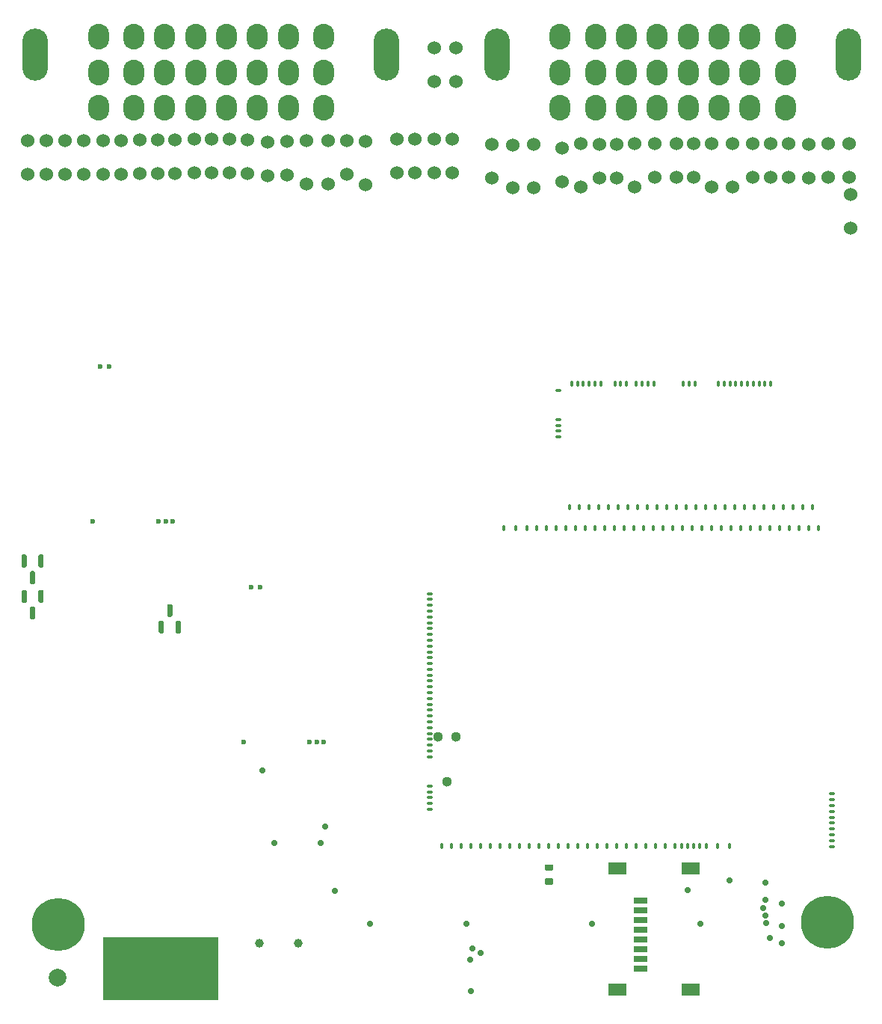
<source format=gbs>
G75*
G70*
%OFA0B0*%
%FSLAX25Y25*%
%IPPOS*%
%LPD*%
%AMOC8*
5,1,8,0,0,1.08239X$1,22.5*
%
%AMM214*
21,1,0.015350,0.009840,-0.000000,-0.000000,270.000000*
21,1,0.000000,0.025200,-0.000000,-0.000000,270.000000*
1,1,0.015350,-0.004920,-0.000000*
1,1,0.015350,-0.004920,-0.000000*
1,1,0.015350,0.004920,-0.000000*
1,1,0.015350,0.004920,-0.000000*
%
%AMM215*
21,1,0.015350,0.009840,-0.000000,-0.000000,180.000000*
21,1,0.000000,0.025200,-0.000000,-0.000000,180.000000*
1,1,0.015350,-0.000000,0.004920*
1,1,0.015350,-0.000000,0.004920*
1,1,0.015350,-0.000000,-0.004920*
1,1,0.015350,-0.000000,-0.004920*
%
%AMM305*
21,1,0.015350,0.009840,-0.000000,-0.000000,90.000000*
21,1,0.000000,0.025200,-0.000000,-0.000000,90.000000*
1,1,0.015350,0.004920,-0.000000*
1,1,0.015350,0.004920,-0.000000*
1,1,0.015350,-0.004920,-0.000000*
1,1,0.015350,-0.004920,-0.000000*
%
%ADD11C,0.02362*%
%ADD121C,0.02913*%
%ADD15C,0.06000*%
%ADD16C,0.23622*%
%ADD17C,0.07874*%
%ADD237C,0.04451*%
%ADD365M214*%
%ADD366M215*%
%ADD460M305*%
%ADD55C,0.03937*%
%ADD67C,0.00472*%
%ADD68O,0.11417X0.23228*%
%ADD69O,0.09449X0.11417*%
%ADD83R,0.05906X0.03150*%
%ADD84R,0.07874X0.05709*%
X0000000Y0000000D02*
%LPD*%
G01*
D67*
X0038780Y0000787D02*
X0038780Y0028346D01*
X0038780Y0028346D02*
X0089961Y0028346D01*
X0089961Y0028346D02*
X0089961Y0000787D01*
X0089961Y0000787D02*
X0038780Y0000787D01*
G36*
X0089961Y0000787D02*
G01*
X0038780Y0000787D01*
X0038780Y0028346D01*
X0089961Y0028346D01*
X0089961Y0000787D01*
G37*
X0089961Y0000787D02*
X0038780Y0000787D01*
X0038780Y0028346D01*
X0089961Y0028346D01*
X0089961Y0000787D01*
G36*
G01*
X0069213Y0171024D02*
X0068031Y0171024D01*
G75*
G02*
X0067441Y0171614I0000000J0000591D01*
G01*
X0067441Y0176240D01*
G75*
G02*
X0068031Y0176831I0000591J0000000D01*
G01*
X0069213Y0176831D01*
G75*
G02*
X0069803Y0176240I0000000J-000591D01*
G01*
X0069803Y0171614D01*
G75*
G02*
X0069213Y0171024I-000591J0000000D01*
G01*
G37*
G36*
G01*
X0065472Y0163642D02*
X0064291Y0163642D01*
G75*
G02*
X0063701Y0164232I0000000J0000591D01*
G01*
X0063701Y0168858D01*
G75*
G02*
X0064291Y0169449I0000591J0000000D01*
G01*
X0065472Y0169449D01*
G75*
G02*
X0066063Y0168858I0000000J-000591D01*
G01*
X0066063Y0164232D01*
G75*
G02*
X0065472Y0163642I-000591J0000000D01*
G01*
G37*
G36*
G01*
X0072953Y0163642D02*
X0071772Y0163642D01*
G75*
G02*
X0071181Y0164232I0000000J0000591D01*
G01*
X0071181Y0168858D01*
G75*
G02*
X0071772Y0169449I0000591J0000000D01*
G01*
X0072953Y0169449D01*
G75*
G02*
X0073543Y0168858I0000000J-000591D01*
G01*
X0073543Y0164232D01*
G75*
G02*
X0072953Y0163642I-000591J0000000D01*
G01*
G37*
G36*
G01*
X0006850Y0191535D02*
X0008031Y0191535D01*
G75*
G02*
X0008622Y0190945I0000000J-000591D01*
G01*
X0008622Y0186319D01*
G75*
G02*
X0008031Y0185728I-000591J0000000D01*
G01*
X0006850Y0185728D01*
G75*
G02*
X0006260Y0186319I0000000J0000591D01*
G01*
X0006260Y0190945D01*
G75*
G02*
X0006850Y0191535I0000591J0000000D01*
G01*
G37*
G36*
G01*
X0010591Y0198917D02*
X0011772Y0198917D01*
G75*
G02*
X0012362Y0198327I0000000J-000591D01*
G01*
X0012362Y0193701D01*
G75*
G02*
X0011772Y0193110I-000591J0000000D01*
G01*
X0010591Y0193110D01*
G75*
G02*
X0010000Y0193701I0000000J0000591D01*
G01*
X0010000Y0198327D01*
G75*
G02*
X0010591Y0198917I0000591J0000000D01*
G01*
G37*
G36*
G01*
X0003110Y0198917D02*
X0004291Y0198917D01*
G75*
G02*
X0004882Y0198327I0000000J-000591D01*
G01*
X0004882Y0193701D01*
G75*
G02*
X0004291Y0193110I-000591J0000000D01*
G01*
X0003110Y0193110D01*
G75*
G02*
X0002520Y0193701I0000000J0000591D01*
G01*
X0002520Y0198327D01*
G75*
G02*
X0003110Y0198917I0000591J0000000D01*
G01*
G37*
G36*
G01*
X0006850Y0175787D02*
X0008031Y0175787D01*
G75*
G02*
X0008622Y0175197I0000000J-000591D01*
G01*
X0008622Y0170571D01*
G75*
G02*
X0008031Y0169980I-000591J0000000D01*
G01*
X0006850Y0169980D01*
G75*
G02*
X0006260Y0170571I0000000J0000591D01*
G01*
X0006260Y0175197D01*
G75*
G02*
X0006850Y0175787I0000591J0000000D01*
G01*
G37*
G36*
G01*
X0010591Y0183169D02*
X0011772Y0183169D01*
G75*
G02*
X0012362Y0182579I0000000J-000591D01*
G01*
X0012362Y0177953D01*
G75*
G02*
X0011772Y0177362I-000591J0000000D01*
G01*
X0010591Y0177362D01*
G75*
G02*
X0010000Y0177953I0000000J0000591D01*
G01*
X0010000Y0182579D01*
G75*
G02*
X0010591Y0183169I0000591J0000000D01*
G01*
G37*
G36*
G01*
X0003110Y0183169D02*
X0004291Y0183169D01*
G75*
G02*
X0004882Y0182579I0000000J-000591D01*
G01*
X0004882Y0177953D01*
G75*
G02*
X0004291Y0177362I-000591J0000000D01*
G01*
X0003110Y0177362D01*
G75*
G02*
X0002520Y0177953I0000000J0000591D01*
G01*
X0002520Y0182579D01*
G75*
G02*
X0003110Y0183169I0000591J0000000D01*
G01*
G37*
D11*
X0334232Y0045177D03*
X0341456Y0043504D03*
X0333385Y0041339D03*
X0334232Y0037894D03*
X0334527Y0034547D03*
X0341456Y0033268D03*
X0336299Y0028150D03*
X0341456Y0025591D03*
X0318129Y0053839D03*
X0334173Y0052657D03*
D15*
X0302165Y0367106D03*
X0302165Y0382106D03*
D16*
X0018909Y0033933D03*
D15*
X0177953Y0383878D03*
X0177953Y0368878D03*
X0294488Y0367106D03*
X0294488Y0382106D03*
X0095276Y0368878D03*
X0095276Y0383878D03*
X0251772Y0381890D03*
X0251772Y0362598D03*
X0372362Y0344429D03*
X0372362Y0359429D03*
G36*
G01*
X0241339Y0251758D02*
X0242323Y0251758D01*
G75*
G02*
X0242815Y0251266I0000000J-000492D01*
G01*
X0242815Y0251266D01*
G75*
G02*
X0242323Y0250774I-000492J0000000D01*
G01*
X0241339Y0250774D01*
G75*
G02*
X0240846Y0251266I0000000J0000492D01*
G01*
X0240846Y0251266D01*
G75*
G02*
X0241339Y0251758I0000492J0000000D01*
G01*
G37*
G36*
G01*
X0241339Y0254356D02*
X0242323Y0254356D01*
G75*
G02*
X0242815Y0253864I0000000J-000492D01*
G01*
X0242815Y0253864D01*
G75*
G02*
X0242323Y0253372I-000492J0000000D01*
G01*
X0241339Y0253372D01*
G75*
G02*
X0240846Y0253864I0000000J0000492D01*
G01*
X0240846Y0253864D01*
G75*
G02*
X0241339Y0254356I0000492J0000000D01*
G01*
G37*
G36*
G01*
X0241339Y0256955D02*
X0242323Y0256955D01*
G75*
G02*
X0242815Y0256463I0000000J-000492D01*
G01*
X0242815Y0256463D01*
G75*
G02*
X0242323Y0255970I-000492J0000000D01*
G01*
X0241339Y0255970D01*
G75*
G02*
X0240846Y0256463I0000000J0000492D01*
G01*
X0240846Y0256463D01*
G75*
G02*
X0241339Y0256955I0000492J0000000D01*
G01*
G37*
G36*
G01*
X0241339Y0259553D02*
X0242323Y0259553D01*
G75*
G02*
X0242815Y0259061I0000000J-000492D01*
G01*
X0242815Y0259061D01*
G75*
G02*
X0242323Y0258569I-000492J0000000D01*
G01*
X0241339Y0258569D01*
G75*
G02*
X0240846Y0259061I0000000J0000492D01*
G01*
X0240846Y0259061D01*
G75*
G02*
X0241339Y0259553I0000492J0000000D01*
G01*
G37*
G36*
G01*
X0241339Y0272545D02*
X0242323Y0272545D01*
G75*
G02*
X0242815Y0272053I0000000J-000492D01*
G01*
X0242815Y0272053D01*
G75*
G02*
X0242323Y0271561I-000492J0000000D01*
G01*
X0241339Y0271561D01*
G75*
G02*
X0240846Y0272053I0000000J0000492D01*
G01*
X0240846Y0272053D01*
G75*
G02*
X0241339Y0272545I0000492J0000000D01*
G01*
G37*
G36*
G01*
X0354606Y0219400D02*
X0354606Y0220385D01*
G75*
G02*
X0355098Y0220877I0000492J0000000D01*
G01*
X0355098Y0220877D01*
G75*
G02*
X0355591Y0220385I0000000J-000492D01*
G01*
X0355591Y0219400D01*
G75*
G02*
X0355098Y0218908I-000492J0000000D01*
G01*
X0355098Y0218908D01*
G75*
G02*
X0354606Y0219400I0000000J0000492D01*
G01*
G37*
G36*
G01*
X0351260Y0220385D02*
X0351260Y0219400D01*
G75*
G02*
X0350768Y0218908I-000492J0000000D01*
G01*
X0350768Y0218908D01*
G75*
G02*
X0350276Y0219400I0000000J0000492D01*
G01*
X0350276Y0220385D01*
G75*
G02*
X0350768Y0220877I0000492J0000000D01*
G01*
X0350768Y0220877D01*
G75*
G02*
X0351260Y0220385I0000000J-000492D01*
G01*
G37*
G36*
G01*
X0346929Y0220385D02*
X0346929Y0219400D01*
G75*
G02*
X0346437Y0218908I-000492J0000000D01*
G01*
X0346437Y0218908D01*
G75*
G02*
X0345945Y0219400I0000000J0000492D01*
G01*
X0345945Y0220385D01*
G75*
G02*
X0346437Y0220877I0000492J0000000D01*
G01*
X0346437Y0220877D01*
G75*
G02*
X0346929Y0220385I0000000J-000492D01*
G01*
G37*
G36*
G01*
X0342598Y0220385D02*
X0342598Y0219400D01*
G75*
G02*
X0342106Y0218908I-000492J0000000D01*
G01*
X0342106Y0218908D01*
G75*
G02*
X0341614Y0219400I0000000J0000492D01*
G01*
X0341614Y0220385D01*
G75*
G02*
X0342106Y0220877I0000492J0000000D01*
G01*
X0342106Y0220877D01*
G75*
G02*
X0342598Y0220385I0000000J-000492D01*
G01*
G37*
G36*
G01*
X0338268Y0220385D02*
X0338268Y0219400D01*
G75*
G02*
X0337776Y0218908I-000492J0000000D01*
G01*
X0337776Y0218908D01*
G75*
G02*
X0337283Y0219400I0000000J0000492D01*
G01*
X0337283Y0220385D01*
G75*
G02*
X0337776Y0220877I0000492J0000000D01*
G01*
X0337776Y0220877D01*
G75*
G02*
X0338268Y0220385I0000000J-000492D01*
G01*
G37*
G36*
G01*
X0333937Y0220385D02*
X0333937Y0219400D01*
G75*
G02*
X0333445Y0218908I-000492J0000000D01*
G01*
X0333445Y0218908D01*
G75*
G02*
X0332953Y0219400I0000000J0000492D01*
G01*
X0332953Y0220385D01*
G75*
G02*
X0333445Y0220877I0000492J0000000D01*
G01*
X0333445Y0220877D01*
G75*
G02*
X0333937Y0220385I0000000J-000492D01*
G01*
G37*
G36*
G01*
X0329606Y0220385D02*
X0329606Y0219400D01*
G75*
G02*
X0329114Y0218908I-000492J0000000D01*
G01*
X0329114Y0218908D01*
G75*
G02*
X0328622Y0219400I0000000J0000492D01*
G01*
X0328622Y0220385D01*
G75*
G02*
X0329114Y0220877I0000492J0000000D01*
G01*
X0329114Y0220877D01*
G75*
G02*
X0329606Y0220385I0000000J-000492D01*
G01*
G37*
G36*
G01*
X0325276Y0220385D02*
X0325276Y0219400D01*
G75*
G02*
X0324783Y0218908I-000492J0000000D01*
G01*
X0324783Y0218908D01*
G75*
G02*
X0324291Y0219400I0000000J0000492D01*
G01*
X0324291Y0220385D01*
G75*
G02*
X0324783Y0220877I0000492J0000000D01*
G01*
X0324783Y0220877D01*
G75*
G02*
X0325276Y0220385I0000000J-000492D01*
G01*
G37*
G36*
G01*
X0320945Y0220385D02*
X0320945Y0219400D01*
G75*
G02*
X0320453Y0218908I-000492J0000000D01*
G01*
X0320453Y0218908D01*
G75*
G02*
X0319961Y0219400I0000000J0000492D01*
G01*
X0319961Y0220385D01*
G75*
G02*
X0320453Y0220877I0000492J0000000D01*
G01*
X0320453Y0220877D01*
G75*
G02*
X0320945Y0220385I0000000J-000492D01*
G01*
G37*
G36*
G01*
X0316614Y0220385D02*
X0316614Y0219400D01*
G75*
G02*
X0316122Y0218908I-000492J0000000D01*
G01*
X0316122Y0218908D01*
G75*
G02*
X0315630Y0219400I0000000J0000492D01*
G01*
X0315630Y0220385D01*
G75*
G02*
X0316122Y0220877I0000492J0000000D01*
G01*
X0316122Y0220877D01*
G75*
G02*
X0316614Y0220385I0000000J-000492D01*
G01*
G37*
G36*
G01*
X0312284Y0220385D02*
X0312284Y0219400D01*
G75*
G02*
X0311791Y0218908I-000492J0000000D01*
G01*
X0311791Y0218908D01*
G75*
G02*
X0311299Y0219400I0000000J0000492D01*
G01*
X0311299Y0220385D01*
G75*
G02*
X0311791Y0220877I0000492J0000000D01*
G01*
X0311791Y0220877D01*
G75*
G02*
X0312284Y0220385I0000000J-000492D01*
G01*
G37*
G36*
G01*
X0307953Y0220385D02*
X0307953Y0219400D01*
G75*
G02*
X0307461Y0218908I-000492J0000000D01*
G01*
X0307461Y0218908D01*
G75*
G02*
X0306969Y0219400I0000000J0000492D01*
G01*
X0306969Y0220385D01*
G75*
G02*
X0307461Y0220877I0000492J0000000D01*
G01*
X0307461Y0220877D01*
G75*
G02*
X0307953Y0220385I0000000J-000492D01*
G01*
G37*
G36*
G01*
X0303622Y0220385D02*
X0303622Y0219400D01*
G75*
G02*
X0303130Y0218908I-000492J0000000D01*
G01*
X0303130Y0218908D01*
G75*
G02*
X0302638Y0219400I0000000J0000492D01*
G01*
X0302638Y0220385D01*
G75*
G02*
X0303130Y0220877I0000492J0000000D01*
G01*
X0303130Y0220877D01*
G75*
G02*
X0303622Y0220385I0000000J-000492D01*
G01*
G37*
G36*
G01*
X0299291Y0220385D02*
X0299291Y0219400D01*
G75*
G02*
X0298799Y0218908I-000492J0000000D01*
G01*
X0298799Y0218908D01*
G75*
G02*
X0298307Y0219400I0000000J0000492D01*
G01*
X0298307Y0220385D01*
G75*
G02*
X0298799Y0220877I0000492J0000000D01*
G01*
X0298799Y0220877D01*
G75*
G02*
X0299291Y0220385I0000000J-000492D01*
G01*
G37*
G36*
G01*
X0294961Y0220385D02*
X0294961Y0219400D01*
G75*
G02*
X0294469Y0218908I-000492J0000000D01*
G01*
X0294469Y0218908D01*
G75*
G02*
X0293976Y0219400I0000000J0000492D01*
G01*
X0293976Y0220385D01*
G75*
G02*
X0294469Y0220877I0000492J0000000D01*
G01*
X0294469Y0220877D01*
G75*
G02*
X0294961Y0220385I0000000J-000492D01*
G01*
G37*
G36*
G01*
X0290630Y0220385D02*
X0290630Y0219400D01*
G75*
G02*
X0290138Y0218908I-000492J0000000D01*
G01*
X0290138Y0218908D01*
G75*
G02*
X0289646Y0219400I0000000J0000492D01*
G01*
X0289646Y0220385D01*
G75*
G02*
X0290138Y0220877I0000492J0000000D01*
G01*
X0290138Y0220877D01*
G75*
G02*
X0290630Y0220385I0000000J-000492D01*
G01*
G37*
G36*
G01*
X0286299Y0220385D02*
X0286299Y0219400D01*
G75*
G02*
X0285807Y0218908I-000492J0000000D01*
G01*
X0285807Y0218908D01*
G75*
G02*
X0285315Y0219400I0000000J0000492D01*
G01*
X0285315Y0220385D01*
G75*
G02*
X0285807Y0220877I0000492J0000000D01*
G01*
X0285807Y0220877D01*
G75*
G02*
X0286299Y0220385I0000000J-000492D01*
G01*
G37*
G36*
G01*
X0281969Y0220385D02*
X0281969Y0219400D01*
G75*
G02*
X0281476Y0218908I-000492J0000000D01*
G01*
X0281476Y0218908D01*
G75*
G02*
X0280984Y0219400I0000000J0000492D01*
G01*
X0280984Y0220385D01*
G75*
G02*
X0281476Y0220877I0000492J0000000D01*
G01*
X0281476Y0220877D01*
G75*
G02*
X0281969Y0220385I0000000J-000492D01*
G01*
G37*
G36*
G01*
X0277638Y0220385D02*
X0277638Y0219400D01*
G75*
G02*
X0277146Y0218908I-000492J0000000D01*
G01*
X0277146Y0218908D01*
G75*
G02*
X0276654Y0219400I0000000J0000492D01*
G01*
X0276654Y0220385D01*
G75*
G02*
X0277146Y0220877I0000492J0000000D01*
G01*
X0277146Y0220877D01*
G75*
G02*
X0277638Y0220385I0000000J-000492D01*
G01*
G37*
G36*
G01*
X0273307Y0220385D02*
X0273307Y0219400D01*
G75*
G02*
X0272815Y0218908I-000492J0000000D01*
G01*
X0272815Y0218908D01*
G75*
G02*
X0272323Y0219400I0000000J0000492D01*
G01*
X0272323Y0220385D01*
G75*
G02*
X0272815Y0220877I0000492J0000000D01*
G01*
X0272815Y0220877D01*
G75*
G02*
X0273307Y0220385I0000000J-000492D01*
G01*
G37*
G36*
G01*
X0268977Y0220385D02*
X0268977Y0219400D01*
G75*
G02*
X0268484Y0218908I-000492J0000000D01*
G01*
X0268484Y0218908D01*
G75*
G02*
X0267992Y0219400I0000000J0000492D01*
G01*
X0267992Y0220385D01*
G75*
G02*
X0268484Y0220877I0000492J0000000D01*
G01*
X0268484Y0220877D01*
G75*
G02*
X0268977Y0220385I0000000J-000492D01*
G01*
G37*
G36*
G01*
X0264646Y0220385D02*
X0264646Y0219400D01*
G75*
G02*
X0264154Y0218908I-000492J0000000D01*
G01*
X0264154Y0218908D01*
G75*
G02*
X0263662Y0219400I0000000J0000492D01*
G01*
X0263662Y0220385D01*
G75*
G02*
X0264154Y0220877I0000492J0000000D01*
G01*
X0264154Y0220877D01*
G75*
G02*
X0264646Y0220385I0000000J-000492D01*
G01*
G37*
G36*
G01*
X0260315Y0220385D02*
X0260315Y0219400D01*
G75*
G02*
X0259823Y0218908I-000492J0000000D01*
G01*
X0259823Y0218908D01*
G75*
G02*
X0259331Y0219400I0000000J0000492D01*
G01*
X0259331Y0220385D01*
G75*
G02*
X0259823Y0220877I0000492J0000000D01*
G01*
X0259823Y0220877D01*
G75*
G02*
X0260315Y0220385I0000000J-000492D01*
G01*
G37*
G36*
G01*
X0255984Y0220385D02*
X0255984Y0219400D01*
G75*
G02*
X0255492Y0218908I-000492J0000000D01*
G01*
X0255492Y0218908D01*
G75*
G02*
X0255000Y0219400I0000000J0000492D01*
G01*
X0255000Y0220385D01*
G75*
G02*
X0255492Y0220877I0000492J0000000D01*
G01*
X0255492Y0220877D01*
G75*
G02*
X0255984Y0220385I0000000J-000492D01*
G01*
G37*
G36*
G01*
X0251654Y0220385D02*
X0251654Y0219400D01*
G75*
G02*
X0251162Y0218908I-000492J0000000D01*
G01*
X0251162Y0218908D01*
G75*
G02*
X0250669Y0219400I0000000J0000492D01*
G01*
X0250669Y0220385D01*
G75*
G02*
X0251162Y0220877I0000492J0000000D01*
G01*
X0251162Y0220877D01*
G75*
G02*
X0251654Y0220385I0000000J-000492D01*
G01*
G37*
G36*
G01*
X0247323Y0220385D02*
X0247323Y0219400D01*
G75*
G02*
X0246831Y0218908I-000492J0000000D01*
G01*
X0246831Y0218908D01*
G75*
G02*
X0246339Y0219400I0000000J0000492D01*
G01*
X0246339Y0220385D01*
G75*
G02*
X0246831Y0220877I0000492J0000000D01*
G01*
X0246831Y0220877D01*
G75*
G02*
X0247323Y0220385I0000000J-000492D01*
G01*
G37*
G36*
G01*
X0248311Y0275353D02*
X0248311Y0274369D01*
G75*
G02*
X0247819Y0273877I-000492J0000000D01*
G01*
X0247819Y0273877D01*
G75*
G02*
X0247327Y0274369I0000000J0000492D01*
G01*
X0247327Y0275353D01*
G75*
G02*
X0247819Y0275845I0000492J0000000D01*
G01*
X0247819Y0275845D01*
G75*
G02*
X0248311Y0275353I0000000J-000492D01*
G01*
G37*
G36*
G01*
X0250909Y0275353D02*
X0250909Y0274369D01*
G75*
G02*
X0250417Y0273877I-000492J0000000D01*
G01*
X0250417Y0273877D01*
G75*
G02*
X0249925Y0274369I0000000J0000492D01*
G01*
X0249925Y0275353D01*
G75*
G02*
X0250417Y0275845I0000492J0000000D01*
G01*
X0250417Y0275845D01*
G75*
G02*
X0250909Y0275353I0000000J-000492D01*
G01*
G37*
G36*
G01*
X0253508Y0275353D02*
X0253508Y0274369D01*
G75*
G02*
X0253016Y0273877I-000492J0000000D01*
G01*
X0253016Y0273877D01*
G75*
G02*
X0252524Y0274369I0000000J0000492D01*
G01*
X0252524Y0275353D01*
G75*
G02*
X0253016Y0275845I0000492J0000000D01*
G01*
X0253016Y0275845D01*
G75*
G02*
X0253508Y0275353I0000000J-000492D01*
G01*
G37*
G36*
G01*
X0256106Y0275353D02*
X0256106Y0274369D01*
G75*
G02*
X0255614Y0273877I-000492J0000000D01*
G01*
X0255614Y0273877D01*
G75*
G02*
X0255122Y0274369I0000000J0000492D01*
G01*
X0255122Y0275353D01*
G75*
G02*
X0255614Y0275845I0000492J0000000D01*
G01*
X0255614Y0275845D01*
G75*
G02*
X0256106Y0275353I0000000J-000492D01*
G01*
G37*
G36*
G01*
X0258705Y0275353D02*
X0258705Y0274369D01*
G75*
G02*
X0258213Y0273877I-000492J0000000D01*
G01*
X0258213Y0273877D01*
G75*
G02*
X0257720Y0274369I0000000J0000492D01*
G01*
X0257720Y0275353D01*
G75*
G02*
X0258213Y0275845I0000492J0000000D01*
G01*
X0258213Y0275845D01*
G75*
G02*
X0258705Y0275353I0000000J-000492D01*
G01*
G37*
G36*
G01*
X0261303Y0275353D02*
X0261303Y0274369D01*
G75*
G02*
X0260811Y0273877I-000492J0000000D01*
G01*
X0260811Y0273877D01*
G75*
G02*
X0260319Y0274369I0000000J0000492D01*
G01*
X0260319Y0275353D01*
G75*
G02*
X0260811Y0275845I0000492J0000000D01*
G01*
X0260811Y0275845D01*
G75*
G02*
X0261303Y0275353I0000000J-000492D01*
G01*
G37*
G36*
G01*
X0267606Y0275353D02*
X0267606Y0274369D01*
G75*
G02*
X0267114Y0273877I-000492J0000000D01*
G01*
X0267114Y0273877D01*
G75*
G02*
X0266622Y0274369I0000000J0000492D01*
G01*
X0266622Y0275353D01*
G75*
G02*
X0267114Y0275845I0000492J0000000D01*
G01*
X0267114Y0275845D01*
G75*
G02*
X0267606Y0275353I0000000J-000492D01*
G01*
G37*
G36*
G01*
X0270205Y0275353D02*
X0270205Y0274369D01*
G75*
G02*
X0269713Y0273877I-000492J0000000D01*
G01*
X0269713Y0273877D01*
G75*
G02*
X0269220Y0274369I0000000J0000492D01*
G01*
X0269220Y0275353D01*
G75*
G02*
X0269713Y0275845I0000492J0000000D01*
G01*
X0269713Y0275845D01*
G75*
G02*
X0270205Y0275353I0000000J-000492D01*
G01*
G37*
G36*
G01*
X0272803Y0275353D02*
X0272803Y0274369D01*
G75*
G02*
X0272311Y0273877I-000492J0000000D01*
G01*
X0272311Y0273877D01*
G75*
G02*
X0271819Y0274369I0000000J0000492D01*
G01*
X0271819Y0275353D01*
G75*
G02*
X0272311Y0275845I0000492J0000000D01*
G01*
X0272311Y0275845D01*
G75*
G02*
X0272803Y0275353I0000000J-000492D01*
G01*
G37*
G36*
G01*
X0277216Y0275353D02*
X0277216Y0274369D01*
G75*
G02*
X0276724Y0273877I-000492J0000000D01*
G01*
X0276724Y0273877D01*
G75*
G02*
X0276232Y0274369I0000000J0000492D01*
G01*
X0276232Y0275353D01*
G75*
G02*
X0276724Y0275845I0000492J0000000D01*
G01*
X0276724Y0275845D01*
G75*
G02*
X0277216Y0275353I0000000J-000492D01*
G01*
G37*
G36*
G01*
X0279815Y0275353D02*
X0279815Y0274369D01*
G75*
G02*
X0279322Y0273877I-000492J0000000D01*
G01*
X0279322Y0273877D01*
G75*
G02*
X0278830Y0274369I0000000J0000492D01*
G01*
X0278830Y0275353D01*
G75*
G02*
X0279322Y0275845I0000492J0000000D01*
G01*
X0279322Y0275845D01*
G75*
G02*
X0279815Y0275353I0000000J-000492D01*
G01*
G37*
G36*
G01*
X0282413Y0275353D02*
X0282413Y0274369D01*
G75*
G02*
X0281921Y0273877I-000492J0000000D01*
G01*
X0281921Y0273877D01*
G75*
G02*
X0281429Y0274369I0000000J0000492D01*
G01*
X0281429Y0275353D01*
G75*
G02*
X0281921Y0275845I0000492J0000000D01*
G01*
X0281921Y0275845D01*
G75*
G02*
X0282413Y0275353I0000000J-000492D01*
G01*
G37*
G36*
G01*
X0285011Y0275353D02*
X0285011Y0274369D01*
G75*
G02*
X0284519Y0273877I-000492J0000000D01*
G01*
X0284519Y0273877D01*
G75*
G02*
X0284027Y0274369I0000000J0000492D01*
G01*
X0284027Y0275353D01*
G75*
G02*
X0284519Y0275845I0000492J0000000D01*
G01*
X0284519Y0275845D01*
G75*
G02*
X0285011Y0275353I0000000J-000492D01*
G01*
G37*
G36*
G01*
X0298106Y0275353D02*
X0298106Y0274369D01*
G75*
G02*
X0297614Y0273877I-000492J0000000D01*
G01*
X0297614Y0273877D01*
G75*
G02*
X0297122Y0274369I0000000J0000492D01*
G01*
X0297122Y0275353D01*
G75*
G02*
X0297614Y0275845I0000492J0000000D01*
G01*
X0297614Y0275845D01*
G75*
G02*
X0298106Y0275353I0000000J-000492D01*
G01*
G37*
G36*
G01*
X0300705Y0275353D02*
X0300705Y0274369D01*
G75*
G02*
X0300213Y0273877I-000492J0000000D01*
G01*
X0300213Y0273877D01*
G75*
G02*
X0299720Y0274369I0000000J0000492D01*
G01*
X0299720Y0275353D01*
G75*
G02*
X0300213Y0275845I0000492J0000000D01*
G01*
X0300213Y0275845D01*
G75*
G02*
X0300705Y0275353I0000000J-000492D01*
G01*
G37*
G36*
G01*
X0303303Y0275353D02*
X0303303Y0274369D01*
G75*
G02*
X0302811Y0273877I-000492J0000000D01*
G01*
X0302811Y0273877D01*
G75*
G02*
X0302319Y0274369I0000000J0000492D01*
G01*
X0302319Y0275353D01*
G75*
G02*
X0302811Y0275845I0000492J0000000D01*
G01*
X0302811Y0275845D01*
G75*
G02*
X0303303Y0275353I0000000J-000492D01*
G01*
G37*
G36*
G01*
X0313720Y0275353D02*
X0313720Y0274369D01*
G75*
G02*
X0313228Y0273877I-000492J0000000D01*
G01*
X0313228Y0273877D01*
G75*
G02*
X0312736Y0274369I0000000J0000492D01*
G01*
X0312736Y0275353D01*
G75*
G02*
X0313228Y0275845I0000492J0000000D01*
G01*
X0313228Y0275845D01*
G75*
G02*
X0313720Y0275353I0000000J-000492D01*
G01*
G37*
G36*
G01*
X0316319Y0275353D02*
X0316319Y0274369D01*
G75*
G02*
X0315827Y0273877I-000492J0000000D01*
G01*
X0315827Y0273877D01*
G75*
G02*
X0315335Y0274369I0000000J0000492D01*
G01*
X0315335Y0275353D01*
G75*
G02*
X0315827Y0275845I0000492J0000000D01*
G01*
X0315827Y0275845D01*
G75*
G02*
X0316319Y0275353I0000000J-000492D01*
G01*
G37*
G36*
G01*
X0318917Y0275353D02*
X0318917Y0274369D01*
G75*
G02*
X0318425Y0273877I-000492J0000000D01*
G01*
X0318425Y0273877D01*
G75*
G02*
X0317933Y0274369I0000000J0000492D01*
G01*
X0317933Y0275353D01*
G75*
G02*
X0318425Y0275845I0000492J0000000D01*
G01*
X0318425Y0275845D01*
G75*
G02*
X0318917Y0275353I0000000J-000492D01*
G01*
G37*
G36*
G01*
X0321516Y0275353D02*
X0321516Y0274369D01*
G75*
G02*
X0321024Y0273877I-000492J0000000D01*
G01*
X0321024Y0273877D01*
G75*
G02*
X0320531Y0274369I0000000J0000492D01*
G01*
X0320531Y0275353D01*
G75*
G02*
X0321024Y0275845I0000492J0000000D01*
G01*
X0321024Y0275845D01*
G75*
G02*
X0321516Y0275353I0000000J-000492D01*
G01*
G37*
G36*
G01*
X0324114Y0275353D02*
X0324114Y0274369D01*
G75*
G02*
X0323622Y0273877I-000492J0000000D01*
G01*
X0323622Y0273877D01*
G75*
G02*
X0323130Y0274369I0000000J0000492D01*
G01*
X0323130Y0275353D01*
G75*
G02*
X0323622Y0275845I0000492J0000000D01*
G01*
X0323622Y0275845D01*
G75*
G02*
X0324114Y0275353I0000000J-000492D01*
G01*
G37*
G36*
G01*
X0326713Y0275353D02*
X0326713Y0274369D01*
G75*
G02*
X0326220Y0273877I-000492J0000000D01*
G01*
X0326220Y0273877D01*
G75*
G02*
X0325728Y0274369I0000000J0000492D01*
G01*
X0325728Y0275353D01*
G75*
G02*
X0326220Y0275845I0000492J0000000D01*
G01*
X0326220Y0275845D01*
G75*
G02*
X0326713Y0275353I0000000J-000492D01*
G01*
G37*
G36*
G01*
X0329311Y0275353D02*
X0329311Y0274369D01*
G75*
G02*
X0328819Y0273877I-000492J0000000D01*
G01*
X0328819Y0273877D01*
G75*
G02*
X0328327Y0274369I0000000J0000492D01*
G01*
X0328327Y0275353D01*
G75*
G02*
X0328819Y0275845I0000492J0000000D01*
G01*
X0328819Y0275845D01*
G75*
G02*
X0329311Y0275353I0000000J-000492D01*
G01*
G37*
G36*
G01*
X0331909Y0275353D02*
X0331909Y0274369D01*
G75*
G02*
X0331417Y0273877I-000492J0000000D01*
G01*
X0331417Y0273877D01*
G75*
G02*
X0330925Y0274369I0000000J0000492D01*
G01*
X0330925Y0275353D01*
G75*
G02*
X0331417Y0275845I0000492J0000000D01*
G01*
X0331417Y0275845D01*
G75*
G02*
X0331909Y0275353I0000000J-000492D01*
G01*
G37*
G36*
G01*
X0334508Y0275353D02*
X0334508Y0274369D01*
G75*
G02*
X0334016Y0273877I-000492J0000000D01*
G01*
X0334016Y0273877D01*
G75*
G02*
X0333524Y0274369I0000000J0000492D01*
G01*
X0333524Y0275353D01*
G75*
G02*
X0334016Y0275845I0000492J0000000D01*
G01*
X0334016Y0275845D01*
G75*
G02*
X0334508Y0275353I0000000J-000492D01*
G01*
G37*
G36*
G01*
X0337106Y0275353D02*
X0337106Y0274369D01*
G75*
G02*
X0336614Y0273877I-000492J0000000D01*
G01*
X0336614Y0273877D01*
G75*
G02*
X0336122Y0274369I0000000J0000492D01*
G01*
X0336122Y0275353D01*
G75*
G02*
X0336614Y0275845I0000492J0000000D01*
G01*
X0336614Y0275845D01*
G75*
G02*
X0337106Y0275353I0000000J-000492D01*
G01*
G37*
D68*
X0165354Y0421654D03*
X0008661Y0421654D03*
D69*
X0036811Y0398031D03*
X0052559Y0398031D03*
X0066339Y0398031D03*
X0080118Y0398031D03*
X0093898Y0398031D03*
X0107677Y0398031D03*
X0121457Y0398031D03*
X0137205Y0398031D03*
X0036811Y0413780D03*
X0052559Y0413780D03*
X0066339Y0413780D03*
X0080118Y0413780D03*
X0093898Y0413780D03*
X0107677Y0413780D03*
X0121457Y0413780D03*
X0137205Y0413780D03*
X0036811Y0429528D03*
X0052559Y0429528D03*
X0066339Y0429528D03*
X0080118Y0429528D03*
X0093898Y0429528D03*
X0107677Y0429528D03*
X0121457Y0429528D03*
X0137205Y0429528D03*
D15*
X0186417Y0409823D03*
X0186417Y0424823D03*
X0362402Y0366909D03*
X0362402Y0381909D03*
X0170079Y0368878D03*
X0170079Y0383878D03*
D55*
X0125984Y0025591D03*
X0108661Y0025591D03*
D15*
X0013583Y0368353D03*
X0013583Y0383353D03*
X0267913Y0366713D03*
X0267913Y0381713D03*
X0087402Y0368878D03*
X0087402Y0383878D03*
X0284843Y0366909D03*
X0284843Y0381909D03*
X0047047Y0368484D03*
X0047047Y0383484D03*
D11*
X0203740Y0023327D03*
X0207185Y0021260D03*
X0202559Y0018307D03*
X0202854Y0004331D03*
X0109992Y0102693D03*
X0115208Y0070311D03*
X0135809Y0070380D03*
X0137748Y0077791D03*
X0142177Y0048854D03*
X0101476Y0115354D03*
X0131004Y0115354D03*
X0134154Y0115354D03*
X0137303Y0115354D03*
X0108957Y0184350D03*
X0105020Y0184350D03*
D15*
X0260236Y0366713D03*
X0260236Y0381713D03*
X0112205Y0367697D03*
X0112205Y0382697D03*
X0038780Y0368484D03*
X0038780Y0383484D03*
X0129528Y0383464D03*
X0129528Y0364173D03*
X0005305Y0368353D03*
X0005305Y0383353D03*
X0055118Y0368681D03*
X0055118Y0383681D03*
X0212402Y0366713D03*
X0212402Y0381713D03*
X0103346Y0368681D03*
X0103346Y0383681D03*
X0319669Y0381870D03*
X0319669Y0362579D03*
X0353543Y0381713D03*
X0353543Y0366713D03*
X0063189Y0368681D03*
X0063189Y0383681D03*
X0275984Y0381890D03*
X0275984Y0362598D03*
X0022047Y0368287D03*
X0022047Y0383287D03*
X0120866Y0367894D03*
X0120866Y0382894D03*
D16*
X0362000Y0034933D03*
D15*
X0071063Y0368681D03*
X0071063Y0383681D03*
X0079528Y0368878D03*
X0079528Y0383878D03*
X0155906Y0383071D03*
X0155906Y0363779D03*
X0147441Y0368484D03*
X0147441Y0383484D03*
X0186614Y0368878D03*
X0186614Y0383878D03*
G36*
G01*
X0184096Y0085841D02*
X0185081Y0085841D01*
G75*
G02*
X0185573Y0085349I0000000J-000492D01*
G01*
X0185573Y0085349D01*
G75*
G02*
X0185081Y0084857I-000492J0000000D01*
G01*
X0184096Y0084857D01*
G75*
G02*
X0183604Y0085349I0000000J0000492D01*
G01*
X0183604Y0085349D01*
G75*
G02*
X0184096Y0085841I0000492J0000000D01*
G01*
G37*
G36*
G01*
X0185081Y0087455D02*
X0184096Y0087455D01*
G75*
G02*
X0183604Y0087947I0000000J0000492D01*
G01*
X0183604Y0087947D01*
G75*
G02*
X0184096Y0088439I0000492J0000000D01*
G01*
X0185081Y0088439D01*
G75*
G02*
X0185573Y0087947I0000000J-000492D01*
G01*
X0185573Y0087947D01*
G75*
G02*
X0185081Y0087455I-000492J0000000D01*
G01*
G37*
G36*
G01*
X0185081Y0090054D02*
X0184096Y0090054D01*
G75*
G02*
X0183604Y0090546I0000000J0000492D01*
G01*
X0183604Y0090546D01*
G75*
G02*
X0184096Y0091038I0000492J0000000D01*
G01*
X0185081Y0091038D01*
G75*
G02*
X0185573Y0090546I0000000J-000492D01*
G01*
X0185573Y0090546D01*
G75*
G02*
X0185081Y0090054I-000492J0000000D01*
G01*
G37*
G36*
G01*
X0185081Y0092652D02*
X0184096Y0092652D01*
G75*
G02*
X0183604Y0093144I0000000J0000492D01*
G01*
X0183604Y0093144D01*
G75*
G02*
X0184096Y0093636I0000492J0000000D01*
G01*
X0185081Y0093636D01*
G75*
G02*
X0185573Y0093144I0000000J-000492D01*
G01*
X0185573Y0093144D01*
G75*
G02*
X0185081Y0092652I-000492J0000000D01*
G01*
G37*
G36*
G01*
X0185081Y0095250D02*
X0184096Y0095250D01*
G75*
G02*
X0183604Y0095743I0000000J0000492D01*
G01*
X0183604Y0095743D01*
G75*
G02*
X0184096Y0096235I0000492J0000000D01*
G01*
X0185081Y0096235D01*
G75*
G02*
X0185573Y0095743I0000000J-000492D01*
G01*
X0185573Y0095743D01*
G75*
G02*
X0185081Y0095250I-000492J0000000D01*
G01*
G37*
G36*
G01*
X0185081Y0108243D02*
X0184096Y0108243D01*
G75*
G02*
X0183604Y0108735I0000000J0000492D01*
G01*
X0183604Y0108735D01*
G75*
G02*
X0184096Y0109227I0000492J0000000D01*
G01*
X0185081Y0109227D01*
G75*
G02*
X0185573Y0108735I0000000J-000492D01*
G01*
X0185573Y0108735D01*
G75*
G02*
X0185081Y0108243I-000492J0000000D01*
G01*
G37*
G36*
G01*
X0185081Y0110841D02*
X0184096Y0110841D01*
G75*
G02*
X0183604Y0111333I0000000J0000492D01*
G01*
X0183604Y0111333D01*
G75*
G02*
X0184096Y0111825I0000492J0000000D01*
G01*
X0185081Y0111825D01*
G75*
G02*
X0185573Y0111333I0000000J-000492D01*
G01*
X0185573Y0111333D01*
G75*
G02*
X0185081Y0110841I-000492J0000000D01*
G01*
G37*
G36*
G01*
X0185081Y0113439D02*
X0184096Y0113439D01*
G75*
G02*
X0183604Y0113932I0000000J0000492D01*
G01*
X0183604Y0113932D01*
G75*
G02*
X0184096Y0114424I0000492J0000000D01*
G01*
X0185081Y0114424D01*
G75*
G02*
X0185573Y0113932I0000000J-000492D01*
G01*
X0185573Y0113932D01*
G75*
G02*
X0185081Y0113439I-000492J0000000D01*
G01*
G37*
G36*
G01*
X0185081Y0116038D02*
X0184096Y0116038D01*
G75*
G02*
X0183604Y0116530I0000000J0000492D01*
G01*
X0183604Y0116530D01*
G75*
G02*
X0184096Y0117022I0000492J0000000D01*
G01*
X0185081Y0117022D01*
G75*
G02*
X0185573Y0116530I0000000J-000492D01*
G01*
X0185573Y0116530D01*
G75*
G02*
X0185081Y0116038I-000492J0000000D01*
G01*
G37*
G36*
G01*
X0185081Y0118636D02*
X0184096Y0118636D01*
G75*
G02*
X0183604Y0119128I0000000J0000492D01*
G01*
X0183604Y0119128D01*
G75*
G02*
X0184096Y0119621I0000492J0000000D01*
G01*
X0185081Y0119621D01*
G75*
G02*
X0185573Y0119128I0000000J-000492D01*
G01*
X0185573Y0119128D01*
G75*
G02*
X0185081Y0118636I-000492J0000000D01*
G01*
G37*
G36*
G01*
X0185081Y0121235D02*
X0184096Y0121235D01*
G75*
G02*
X0183604Y0121727I0000000J0000492D01*
G01*
X0183604Y0121727D01*
G75*
G02*
X0184096Y0122219I0000492J0000000D01*
G01*
X0185081Y0122219D01*
G75*
G02*
X0185573Y0121727I0000000J-000492D01*
G01*
X0185573Y0121727D01*
G75*
G02*
X0185081Y0121235I-000492J0000000D01*
G01*
G37*
G36*
G01*
X0185081Y0123833D02*
X0184096Y0123833D01*
G75*
G02*
X0183604Y0124325I0000000J0000492D01*
G01*
X0183604Y0124325D01*
G75*
G02*
X0184096Y0124817I0000492J0000000D01*
G01*
X0185081Y0124817D01*
G75*
G02*
X0185573Y0124325I0000000J-000492D01*
G01*
X0185573Y0124325D01*
G75*
G02*
X0185081Y0123833I-000492J0000000D01*
G01*
G37*
G36*
G01*
X0185081Y0126432D02*
X0184096Y0126432D01*
G75*
G02*
X0183604Y0126924I0000000J0000492D01*
G01*
X0183604Y0126924D01*
G75*
G02*
X0184096Y0127416I0000492J0000000D01*
G01*
X0185081Y0127416D01*
G75*
G02*
X0185573Y0126924I0000000J-000492D01*
G01*
X0185573Y0126924D01*
G75*
G02*
X0185081Y0126432I-000492J0000000D01*
G01*
G37*
G36*
G01*
X0185081Y0129030D02*
X0184096Y0129030D01*
G75*
G02*
X0183604Y0129522I0000000J0000492D01*
G01*
X0183604Y0129522D01*
G75*
G02*
X0184096Y0130014I0000492J0000000D01*
G01*
X0185081Y0130014D01*
G75*
G02*
X0185573Y0129522I0000000J-000492D01*
G01*
X0185573Y0129522D01*
G75*
G02*
X0185081Y0129030I-000492J0000000D01*
G01*
G37*
G36*
G01*
X0185081Y0131628D02*
X0184096Y0131628D01*
G75*
G02*
X0183604Y0132121I0000000J0000492D01*
G01*
X0183604Y0132121D01*
G75*
G02*
X0184096Y0132613I0000492J0000000D01*
G01*
X0185081Y0132613D01*
G75*
G02*
X0185573Y0132121I0000000J-000492D01*
G01*
X0185573Y0132121D01*
G75*
G02*
X0185081Y0131628I-000492J0000000D01*
G01*
G37*
G36*
G01*
X0185081Y0134227D02*
X0184096Y0134227D01*
G75*
G02*
X0183604Y0134719I0000000J0000492D01*
G01*
X0183604Y0134719D01*
G75*
G02*
X0184096Y0135211I0000492J0000000D01*
G01*
X0185081Y0135211D01*
G75*
G02*
X0185573Y0134719I0000000J-000492D01*
G01*
X0185573Y0134719D01*
G75*
G02*
X0185081Y0134227I-000492J0000000D01*
G01*
G37*
G36*
G01*
X0185081Y0136825D02*
X0184096Y0136825D01*
G75*
G02*
X0183604Y0137317I0000000J0000492D01*
G01*
X0183604Y0137317D01*
G75*
G02*
X0184096Y0137810I0000492J0000000D01*
G01*
X0185081Y0137810D01*
G75*
G02*
X0185573Y0137317I0000000J-000492D01*
G01*
X0185573Y0137317D01*
G75*
G02*
X0185081Y0136825I-000492J0000000D01*
G01*
G37*
G36*
G01*
X0185081Y0139424D02*
X0184096Y0139424D01*
G75*
G02*
X0183604Y0139916I0000000J0000492D01*
G01*
X0183604Y0139916D01*
G75*
G02*
X0184096Y0140408I0000492J0000000D01*
G01*
X0185081Y0140408D01*
G75*
G02*
X0185573Y0139916I0000000J-000492D01*
G01*
X0185573Y0139916D01*
G75*
G02*
X0185081Y0139424I-000492J0000000D01*
G01*
G37*
G36*
G01*
X0185081Y0142022D02*
X0184096Y0142022D01*
G75*
G02*
X0183604Y0142514I0000000J0000492D01*
G01*
X0183604Y0142514D01*
G75*
G02*
X0184096Y0143006I0000492J0000000D01*
G01*
X0185081Y0143006D01*
G75*
G02*
X0185573Y0142514I0000000J-000492D01*
G01*
X0185573Y0142514D01*
G75*
G02*
X0185081Y0142022I-000492J0000000D01*
G01*
G37*
G36*
G01*
X0185081Y0144621D02*
X0184096Y0144621D01*
G75*
G02*
X0183604Y0145113I0000000J0000492D01*
G01*
X0183604Y0145113D01*
G75*
G02*
X0184096Y0145605I0000492J0000000D01*
G01*
X0185081Y0145605D01*
G75*
G02*
X0185573Y0145113I0000000J-000492D01*
G01*
X0185573Y0145113D01*
G75*
G02*
X0185081Y0144621I-000492J0000000D01*
G01*
G37*
G36*
G01*
X0185081Y0147219D02*
X0184096Y0147219D01*
G75*
G02*
X0183604Y0147711I0000000J0000492D01*
G01*
X0183604Y0147711D01*
G75*
G02*
X0184096Y0148203I0000492J0000000D01*
G01*
X0185081Y0148203D01*
G75*
G02*
X0185573Y0147711I0000000J-000492D01*
G01*
X0185573Y0147711D01*
G75*
G02*
X0185081Y0147219I-000492J0000000D01*
G01*
G37*
G36*
G01*
X0185081Y0149817D02*
X0184096Y0149817D01*
G75*
G02*
X0183604Y0150310I0000000J0000492D01*
G01*
X0183604Y0150310D01*
G75*
G02*
X0184096Y0150802I0000492J0000000D01*
G01*
X0185081Y0150802D01*
G75*
G02*
X0185573Y0150310I0000000J-000492D01*
G01*
X0185573Y0150310D01*
G75*
G02*
X0185081Y0149817I-000492J0000000D01*
G01*
G37*
G36*
G01*
X0185081Y0152416D02*
X0184096Y0152416D01*
G75*
G02*
X0183604Y0152908I0000000J0000492D01*
G01*
X0183604Y0152908D01*
G75*
G02*
X0184096Y0153400I0000492J0000000D01*
G01*
X0185081Y0153400D01*
G75*
G02*
X0185573Y0152908I0000000J-000492D01*
G01*
X0185573Y0152908D01*
G75*
G02*
X0185081Y0152416I-000492J0000000D01*
G01*
G37*
G36*
G01*
X0185081Y0155014D02*
X0184096Y0155014D01*
G75*
G02*
X0183604Y0155506I0000000J0000492D01*
G01*
X0183604Y0155506D01*
G75*
G02*
X0184096Y0155999I0000492J0000000D01*
G01*
X0185081Y0155999D01*
G75*
G02*
X0185573Y0155506I0000000J-000492D01*
G01*
X0185573Y0155506D01*
G75*
G02*
X0185081Y0155014I-000492J0000000D01*
G01*
G37*
G36*
G01*
X0185081Y0157613D02*
X0184096Y0157613D01*
G75*
G02*
X0183604Y0158105I0000000J0000492D01*
G01*
X0183604Y0158105D01*
G75*
G02*
X0184096Y0158597I0000492J0000000D01*
G01*
X0185081Y0158597D01*
G75*
G02*
X0185573Y0158105I0000000J-000492D01*
G01*
X0185573Y0158105D01*
G75*
G02*
X0185081Y0157613I-000492J0000000D01*
G01*
G37*
G36*
G01*
X0185081Y0160211D02*
X0184096Y0160211D01*
G75*
G02*
X0183604Y0160703I0000000J0000492D01*
G01*
X0183604Y0160703D01*
G75*
G02*
X0184096Y0161195I0000492J0000000D01*
G01*
X0185081Y0161195D01*
G75*
G02*
X0185573Y0160703I0000000J-000492D01*
G01*
X0185573Y0160703D01*
G75*
G02*
X0185081Y0160211I-000492J0000000D01*
G01*
G37*
G36*
G01*
X0185081Y0162810D02*
X0184096Y0162810D01*
G75*
G02*
X0183604Y0163302I0000000J0000492D01*
G01*
X0183604Y0163302D01*
G75*
G02*
X0184096Y0163794I0000492J0000000D01*
G01*
X0185081Y0163794D01*
G75*
G02*
X0185573Y0163302I0000000J-000492D01*
G01*
X0185573Y0163302D01*
G75*
G02*
X0185081Y0162810I-000492J0000000D01*
G01*
G37*
G36*
G01*
X0185081Y0165408D02*
X0184096Y0165408D01*
G75*
G02*
X0183604Y0165900I0000000J0000492D01*
G01*
X0183604Y0165900D01*
G75*
G02*
X0184096Y0166392I0000492J0000000D01*
G01*
X0185081Y0166392D01*
G75*
G02*
X0185573Y0165900I0000000J-000492D01*
G01*
X0185573Y0165900D01*
G75*
G02*
X0185081Y0165408I-000492J0000000D01*
G01*
G37*
G36*
G01*
X0185081Y0168006D02*
X0184096Y0168006D01*
G75*
G02*
X0183604Y0168499I0000000J0000492D01*
G01*
X0183604Y0168499D01*
G75*
G02*
X0184096Y0168991I0000492J0000000D01*
G01*
X0185081Y0168991D01*
G75*
G02*
X0185573Y0168499I0000000J-000492D01*
G01*
X0185573Y0168499D01*
G75*
G02*
X0185081Y0168006I-000492J0000000D01*
G01*
G37*
G36*
G01*
X0185081Y0170605D02*
X0184096Y0170605D01*
G75*
G02*
X0183604Y0171097I0000000J0000492D01*
G01*
X0183604Y0171097D01*
G75*
G02*
X0184096Y0171589I0000492J0000000D01*
G01*
X0185081Y0171589D01*
G75*
G02*
X0185573Y0171097I0000000J-000492D01*
G01*
X0185573Y0171097D01*
G75*
G02*
X0185081Y0170605I-000492J0000000D01*
G01*
G37*
G36*
G01*
X0185081Y0173203D02*
X0184096Y0173203D01*
G75*
G02*
X0183604Y0173695I0000000J0000492D01*
G01*
X0183604Y0173695D01*
G75*
G02*
X0184096Y0174188I0000492J0000000D01*
G01*
X0185081Y0174188D01*
G75*
G02*
X0185573Y0173695I0000000J-000492D01*
G01*
X0185573Y0173695D01*
G75*
G02*
X0185081Y0173203I-000492J0000000D01*
G01*
G37*
G36*
G01*
X0185081Y0175802D02*
X0184096Y0175802D01*
G75*
G02*
X0183604Y0176294I0000000J0000492D01*
G01*
X0183604Y0176294D01*
G75*
G02*
X0184096Y0176786I0000492J0000000D01*
G01*
X0185081Y0176786D01*
G75*
G02*
X0185573Y0176294I0000000J-000492D01*
G01*
X0185573Y0176294D01*
G75*
G02*
X0185081Y0175802I-000492J0000000D01*
G01*
G37*
G36*
G01*
X0185081Y0178400D02*
X0184096Y0178400D01*
G75*
G02*
X0183604Y0178892I0000000J0000492D01*
G01*
X0183604Y0178892D01*
G75*
G02*
X0184096Y0179384I0000492J0000000D01*
G01*
X0185081Y0179384D01*
G75*
G02*
X0185573Y0178892I0000000J-000492D01*
G01*
X0185573Y0178892D01*
G75*
G02*
X0185081Y0178400I-000492J0000000D01*
G01*
G37*
G36*
G01*
X0185081Y0180999D02*
X0184096Y0180999D01*
G75*
G02*
X0183604Y0181491I0000000J0000492D01*
G01*
X0183604Y0181491D01*
G75*
G02*
X0184096Y0181983I0000492J0000000D01*
G01*
X0185081Y0181983D01*
G75*
G02*
X0185573Y0181491I0000000J-000492D01*
G01*
X0185573Y0181491D01*
G75*
G02*
X0185081Y0180999I-000492J0000000D01*
G01*
G37*
G36*
G01*
X0317746Y0068609D02*
X0317746Y0069593D01*
G75*
G02*
X0318238Y0070085I0000492J0000000D01*
G01*
X0318238Y0070085D01*
G75*
G02*
X0318730Y0069593I0000000J-000492D01*
G01*
X0318730Y0068609D01*
G75*
G02*
X0318238Y0068117I-000492J0000000D01*
G01*
X0318238Y0068117D01*
G75*
G02*
X0317746Y0068609I0000000J0000492D01*
G01*
G37*
G36*
G01*
X0313533Y0069593D02*
X0313533Y0068609D01*
G75*
G02*
X0313041Y0068117I-000492J0000000D01*
G01*
X0313041Y0068117D01*
G75*
G02*
X0312549Y0068609I0000000J0000492D01*
G01*
X0312549Y0069593D01*
G75*
G02*
X0313041Y0070085I0000492J0000000D01*
G01*
X0313041Y0070085D01*
G75*
G02*
X0313533Y0069593I0000000J-000492D01*
G01*
G37*
G36*
G01*
X0308337Y0069593D02*
X0308337Y0068609D01*
G75*
G02*
X0307844Y0068117I-000492J0000000D01*
G01*
X0307844Y0068117D01*
G75*
G02*
X0307352Y0068609I0000000J0000492D01*
G01*
X0307352Y0069593D01*
G75*
G02*
X0307844Y0070085I0000492J0000000D01*
G01*
X0307844Y0070085D01*
G75*
G02*
X0308337Y0069593I0000000J-000492D01*
G01*
G37*
G36*
G01*
X0305344Y0069593D02*
X0305344Y0068609D01*
G75*
G02*
X0304852Y0068117I-000492J0000000D01*
G01*
X0304852Y0068117D01*
G75*
G02*
X0304360Y0068609I0000000J0000492D01*
G01*
X0304360Y0069593D01*
G75*
G02*
X0304852Y0070085I0000492J0000000D01*
G01*
X0304852Y0070085D01*
G75*
G02*
X0305344Y0069593I0000000J-000492D01*
G01*
G37*
G36*
G01*
X0302726Y0069593D02*
X0302726Y0068609D01*
G75*
G02*
X0302234Y0068117I-000492J0000000D01*
G01*
X0302234Y0068117D01*
G75*
G02*
X0301742Y0068609I0000000J0000492D01*
G01*
X0301742Y0069593D01*
G75*
G02*
X0302234Y0070085I0000492J0000000D01*
G01*
X0302234Y0070085D01*
G75*
G02*
X0302726Y0069593I0000000J-000492D01*
G01*
G37*
G36*
G01*
X0300108Y0069593D02*
X0300108Y0068609D01*
G75*
G02*
X0299616Y0068117I-000492J0000000D01*
G01*
X0299616Y0068117D01*
G75*
G02*
X0299124Y0068609I0000000J0000492D01*
G01*
X0299124Y0069593D01*
G75*
G02*
X0299616Y0070085I0000492J0000000D01*
G01*
X0299616Y0070085D01*
G75*
G02*
X0300108Y0069593I0000000J-000492D01*
G01*
G37*
G36*
G01*
X0297490Y0069593D02*
X0297490Y0068609D01*
G75*
G02*
X0296998Y0068117I-000492J0000000D01*
G01*
X0296998Y0068117D01*
G75*
G02*
X0296506Y0068609I0000000J0000492D01*
G01*
X0296506Y0069593D01*
G75*
G02*
X0296998Y0070085I0000492J0000000D01*
G01*
X0296998Y0070085D01*
G75*
G02*
X0297490Y0069593I0000000J-000492D01*
G01*
G37*
G36*
G01*
X0294439Y0069593D02*
X0294439Y0068609D01*
G75*
G02*
X0293947Y0068117I-000492J0000000D01*
G01*
X0293947Y0068117D01*
G75*
G02*
X0293455Y0068609I0000000J0000492D01*
G01*
X0293455Y0069593D01*
G75*
G02*
X0293947Y0070085I0000492J0000000D01*
G01*
X0293947Y0070085D01*
G75*
G02*
X0294439Y0069593I0000000J-000492D01*
G01*
G37*
G36*
G01*
X0290108Y0069593D02*
X0290108Y0068609D01*
G75*
G02*
X0289616Y0068117I-000492J0000000D01*
G01*
X0289616Y0068117D01*
G75*
G02*
X0289124Y0068609I0000000J0000492D01*
G01*
X0289124Y0069593D01*
G75*
G02*
X0289616Y0070085I0000492J0000000D01*
G01*
X0289616Y0070085D01*
G75*
G02*
X0290108Y0069593I0000000J-000492D01*
G01*
G37*
G36*
G01*
X0285778Y0069593D02*
X0285778Y0068609D01*
G75*
G02*
X0285285Y0068117I-000492J0000000D01*
G01*
X0285285Y0068117D01*
G75*
G02*
X0284793Y0068609I0000000J0000492D01*
G01*
X0284793Y0069593D01*
G75*
G02*
X0285285Y0070085I0000492J0000000D01*
G01*
X0285285Y0070085D01*
G75*
G02*
X0285778Y0069593I0000000J-000492D01*
G01*
G37*
G36*
G01*
X0281447Y0069593D02*
X0281447Y0068609D01*
G75*
G02*
X0280955Y0068117I-000492J0000000D01*
G01*
X0280955Y0068117D01*
G75*
G02*
X0280463Y0068609I0000000J0000492D01*
G01*
X0280463Y0069593D01*
G75*
G02*
X0280955Y0070085I0000492J0000000D01*
G01*
X0280955Y0070085D01*
G75*
G02*
X0281447Y0069593I0000000J-000492D01*
G01*
G37*
G36*
G01*
X0277116Y0069593D02*
X0277116Y0068609D01*
G75*
G02*
X0276624Y0068117I-000492J0000000D01*
G01*
X0276624Y0068117D01*
G75*
G02*
X0276132Y0068609I0000000J0000492D01*
G01*
X0276132Y0069593D01*
G75*
G02*
X0276624Y0070085I0000492J0000000D01*
G01*
X0276624Y0070085D01*
G75*
G02*
X0277116Y0069593I0000000J-000492D01*
G01*
G37*
G36*
G01*
X0272785Y0069593D02*
X0272785Y0068609D01*
G75*
G02*
X0272293Y0068117I-000492J0000000D01*
G01*
X0272293Y0068117D01*
G75*
G02*
X0271801Y0068609I0000000J0000492D01*
G01*
X0271801Y0069593D01*
G75*
G02*
X0272293Y0070085I0000492J0000000D01*
G01*
X0272293Y0070085D01*
G75*
G02*
X0272785Y0069593I0000000J-000492D01*
G01*
G37*
G36*
G01*
X0268455Y0069593D02*
X0268455Y0068609D01*
G75*
G02*
X0267963Y0068117I-000492J0000000D01*
G01*
X0267963Y0068117D01*
G75*
G02*
X0267471Y0068609I0000000J0000492D01*
G01*
X0267471Y0069593D01*
G75*
G02*
X0267963Y0070085I0000492J0000000D01*
G01*
X0267963Y0070085D01*
G75*
G02*
X0268455Y0069593I0000000J-000492D01*
G01*
G37*
G36*
G01*
X0264124Y0069593D02*
X0264124Y0068609D01*
G75*
G02*
X0263632Y0068117I-000492J0000000D01*
G01*
X0263632Y0068117D01*
G75*
G02*
X0263140Y0068609I0000000J0000492D01*
G01*
X0263140Y0069593D01*
G75*
G02*
X0263632Y0070085I0000492J0000000D01*
G01*
X0263632Y0070085D01*
G75*
G02*
X0264124Y0069593I0000000J-000492D01*
G01*
G37*
G36*
G01*
X0259793Y0069593D02*
X0259793Y0068609D01*
G75*
G02*
X0259301Y0068117I-000492J0000000D01*
G01*
X0259301Y0068117D01*
G75*
G02*
X0258809Y0068609I0000000J0000492D01*
G01*
X0258809Y0069593D01*
G75*
G02*
X0259301Y0070085I0000492J0000000D01*
G01*
X0259301Y0070085D01*
G75*
G02*
X0259793Y0069593I0000000J-000492D01*
G01*
G37*
G36*
G01*
X0255463Y0069593D02*
X0255463Y0068609D01*
G75*
G02*
X0254971Y0068117I-000492J0000000D01*
G01*
X0254971Y0068117D01*
G75*
G02*
X0254478Y0068609I0000000J0000492D01*
G01*
X0254478Y0069593D01*
G75*
G02*
X0254971Y0070085I0000492J0000000D01*
G01*
X0254971Y0070085D01*
G75*
G02*
X0255463Y0069593I0000000J-000492D01*
G01*
G37*
G36*
G01*
X0251132Y0069593D02*
X0251132Y0068609D01*
G75*
G02*
X0250640Y0068117I-000492J0000000D01*
G01*
X0250640Y0068117D01*
G75*
G02*
X0250148Y0068609I0000000J0000492D01*
G01*
X0250148Y0069593D01*
G75*
G02*
X0250640Y0070085I0000492J0000000D01*
G01*
X0250640Y0070085D01*
G75*
G02*
X0251132Y0069593I0000000J-000492D01*
G01*
G37*
G36*
G01*
X0246801Y0069593D02*
X0246801Y0068609D01*
G75*
G02*
X0246309Y0068117I-000492J0000000D01*
G01*
X0246309Y0068117D01*
G75*
G02*
X0245817Y0068609I0000000J0000492D01*
G01*
X0245817Y0069593D01*
G75*
G02*
X0246309Y0070085I0000492J0000000D01*
G01*
X0246309Y0070085D01*
G75*
G02*
X0246801Y0069593I0000000J-000492D01*
G01*
G37*
G36*
G01*
X0242471Y0069593D02*
X0242471Y0068609D01*
G75*
G02*
X0241978Y0068117I-000492J0000000D01*
G01*
X0241978Y0068117D01*
G75*
G02*
X0241486Y0068609I0000000J0000492D01*
G01*
X0241486Y0069593D01*
G75*
G02*
X0241978Y0070085I0000492J0000000D01*
G01*
X0241978Y0070085D01*
G75*
G02*
X0242471Y0069593I0000000J-000492D01*
G01*
G37*
G36*
G01*
X0238140Y0069593D02*
X0238140Y0068609D01*
G75*
G02*
X0237648Y0068117I-000492J0000000D01*
G01*
X0237648Y0068117D01*
G75*
G02*
X0237156Y0068609I0000000J0000492D01*
G01*
X0237156Y0069593D01*
G75*
G02*
X0237648Y0070085I0000492J0000000D01*
G01*
X0237648Y0070085D01*
G75*
G02*
X0238140Y0069593I0000000J-000492D01*
G01*
G37*
G36*
G01*
X0233809Y0069593D02*
X0233809Y0068609D01*
G75*
G02*
X0233317Y0068117I-000492J0000000D01*
G01*
X0233317Y0068117D01*
G75*
G02*
X0232825Y0068609I0000000J0000492D01*
G01*
X0232825Y0069593D01*
G75*
G02*
X0233317Y0070085I0000492J0000000D01*
G01*
X0233317Y0070085D01*
G75*
G02*
X0233809Y0069593I0000000J-000492D01*
G01*
G37*
G36*
G01*
X0229478Y0069593D02*
X0229478Y0068609D01*
G75*
G02*
X0228986Y0068117I-000492J0000000D01*
G01*
X0228986Y0068117D01*
G75*
G02*
X0228494Y0068609I0000000J0000492D01*
G01*
X0228494Y0069593D01*
G75*
G02*
X0228986Y0070085I0000492J0000000D01*
G01*
X0228986Y0070085D01*
G75*
G02*
X0229478Y0069593I0000000J-000492D01*
G01*
G37*
G36*
G01*
X0225148Y0069593D02*
X0225148Y0068609D01*
G75*
G02*
X0224656Y0068117I-000492J0000000D01*
G01*
X0224656Y0068117D01*
G75*
G02*
X0224164Y0068609I0000000J0000492D01*
G01*
X0224164Y0069593D01*
G75*
G02*
X0224656Y0070085I0000492J0000000D01*
G01*
X0224656Y0070085D01*
G75*
G02*
X0225148Y0069593I0000000J-000492D01*
G01*
G37*
G36*
G01*
X0220817Y0069593D02*
X0220817Y0068609D01*
G75*
G02*
X0220325Y0068117I-000492J0000000D01*
G01*
X0220325Y0068117D01*
G75*
G02*
X0219833Y0068609I0000000J0000492D01*
G01*
X0219833Y0069593D01*
G75*
G02*
X0220325Y0070085I0000492J0000000D01*
G01*
X0220325Y0070085D01*
G75*
G02*
X0220817Y0069593I0000000J-000492D01*
G01*
G37*
G36*
G01*
X0216486Y0069593D02*
X0216486Y0068609D01*
G75*
G02*
X0215994Y0068117I-000492J0000000D01*
G01*
X0215994Y0068117D01*
G75*
G02*
X0215502Y0068609I0000000J0000492D01*
G01*
X0215502Y0069593D01*
G75*
G02*
X0215994Y0070085I0000492J0000000D01*
G01*
X0215994Y0070085D01*
G75*
G02*
X0216486Y0069593I0000000J-000492D01*
G01*
G37*
G36*
G01*
X0212156Y0069593D02*
X0212156Y0068609D01*
G75*
G02*
X0211664Y0068117I-000492J0000000D01*
G01*
X0211664Y0068117D01*
G75*
G02*
X0211171Y0068609I0000000J0000492D01*
G01*
X0211171Y0069593D01*
G75*
G02*
X0211664Y0070085I0000492J0000000D01*
G01*
X0211664Y0070085D01*
G75*
G02*
X0212156Y0069593I0000000J-000492D01*
G01*
G37*
G36*
G01*
X0207825Y0069593D02*
X0207825Y0068609D01*
G75*
G02*
X0207333Y0068117I-000492J0000000D01*
G01*
X0207333Y0068117D01*
G75*
G02*
X0206841Y0068609I0000000J0000492D01*
G01*
X0206841Y0069593D01*
G75*
G02*
X0207333Y0070085I0000492J0000000D01*
G01*
X0207333Y0070085D01*
G75*
G02*
X0207825Y0069593I0000000J-000492D01*
G01*
G37*
G36*
G01*
X0203494Y0069593D02*
X0203494Y0068609D01*
G75*
G02*
X0203002Y0068117I-000492J0000000D01*
G01*
X0203002Y0068117D01*
G75*
G02*
X0202510Y0068609I0000000J0000492D01*
G01*
X0202510Y0069593D01*
G75*
G02*
X0203002Y0070085I0000492J0000000D01*
G01*
X0203002Y0070085D01*
G75*
G02*
X0203494Y0069593I0000000J-000492D01*
G01*
G37*
G36*
G01*
X0199164Y0069593D02*
X0199164Y0068609D01*
G75*
G02*
X0198671Y0068117I-000492J0000000D01*
G01*
X0198671Y0068117D01*
G75*
G02*
X0198179Y0068609I0000000J0000492D01*
G01*
X0198179Y0069593D01*
G75*
G02*
X0198671Y0070085I0000492J0000000D01*
G01*
X0198671Y0070085D01*
G75*
G02*
X0199164Y0069593I0000000J-000492D01*
G01*
G37*
G36*
G01*
X0194833Y0069593D02*
X0194833Y0068609D01*
G75*
G02*
X0194341Y0068117I-000492J0000000D01*
G01*
X0194341Y0068117D01*
G75*
G02*
X0193849Y0068609I0000000J0000492D01*
G01*
X0193849Y0069593D01*
G75*
G02*
X0194341Y0070085I0000492J0000000D01*
G01*
X0194341Y0070085D01*
G75*
G02*
X0194833Y0069593I0000000J-000492D01*
G01*
G37*
G36*
G01*
X0190502Y0069593D02*
X0190502Y0068609D01*
G75*
G02*
X0190010Y0068117I-000492J0000000D01*
G01*
X0190010Y0068117D01*
G75*
G02*
X0189518Y0068609I0000000J0000492D01*
G01*
X0189518Y0069593D01*
G75*
G02*
X0190010Y0070085I0000492J0000000D01*
G01*
X0190010Y0070085D01*
G75*
G02*
X0190502Y0069593I0000000J-000492D01*
G01*
G37*
G36*
G01*
X0218061Y0211046D02*
X0218061Y0210062D01*
G75*
G02*
X0217569Y0209569I-000492J0000000D01*
G01*
X0217569Y0209569D01*
G75*
G02*
X0217077Y0210062I0000000J0000492D01*
G01*
X0217077Y0211046D01*
G75*
G02*
X0217569Y0211538I0000492J0000000D01*
G01*
X0217569Y0211538D01*
G75*
G02*
X0218061Y0211046I0000000J-000492D01*
G01*
G37*
G36*
G01*
X0222274Y0210062D02*
X0222274Y0211046D01*
G75*
G02*
X0222766Y0211538I0000492J0000000D01*
G01*
X0222766Y0211538D01*
G75*
G02*
X0223258Y0211046I0000000J-000492D01*
G01*
X0223258Y0210062D01*
G75*
G02*
X0222766Y0209569I-000492J0000000D01*
G01*
X0222766Y0209569D01*
G75*
G02*
X0222274Y0210062I0000000J0000492D01*
G01*
G37*
G36*
G01*
X0227470Y0210062D02*
X0227470Y0211046D01*
G75*
G02*
X0227963Y0211538I0000492J0000000D01*
G01*
X0227963Y0211538D01*
G75*
G02*
X0228455Y0211046I0000000J-000492D01*
G01*
X0228455Y0210062D01*
G75*
G02*
X0227963Y0209569I-000492J0000000D01*
G01*
X0227963Y0209569D01*
G75*
G02*
X0227470Y0210062I0000000J0000492D01*
G01*
G37*
G36*
G01*
X0231801Y0210062D02*
X0231801Y0211046D01*
G75*
G02*
X0232293Y0211538I0000492J0000000D01*
G01*
X0232293Y0211538D01*
G75*
G02*
X0232785Y0211046I0000000J-000492D01*
G01*
X0232785Y0210062D01*
G75*
G02*
X0232293Y0209569I-000492J0000000D01*
G01*
X0232293Y0209569D01*
G75*
G02*
X0231801Y0210062I0000000J0000492D01*
G01*
G37*
G36*
G01*
X0236132Y0210062D02*
X0236132Y0211046D01*
G75*
G02*
X0236624Y0211538I0000492J0000000D01*
G01*
X0236624Y0211538D01*
G75*
G02*
X0237116Y0211046I0000000J-000492D01*
G01*
X0237116Y0210062D01*
G75*
G02*
X0236624Y0209569I-000492J0000000D01*
G01*
X0236624Y0209569D01*
G75*
G02*
X0236132Y0210062I0000000J0000492D01*
G01*
G37*
G36*
G01*
X0240463Y0210062D02*
X0240463Y0211046D01*
G75*
G02*
X0240955Y0211538I0000492J0000000D01*
G01*
X0240955Y0211538D01*
G75*
G02*
X0241447Y0211046I0000000J-000492D01*
G01*
X0241447Y0210062D01*
G75*
G02*
X0240955Y0209569I-000492J0000000D01*
G01*
X0240955Y0209569D01*
G75*
G02*
X0240463Y0210062I0000000J0000492D01*
G01*
G37*
G36*
G01*
X0244793Y0210062D02*
X0244793Y0211046D01*
G75*
G02*
X0245285Y0211538I0000492J0000000D01*
G01*
X0245285Y0211538D01*
G75*
G02*
X0245778Y0211046I0000000J-000492D01*
G01*
X0245778Y0210062D01*
G75*
G02*
X0245285Y0209569I-000492J0000000D01*
G01*
X0245285Y0209569D01*
G75*
G02*
X0244793Y0210062I0000000J0000492D01*
G01*
G37*
G36*
G01*
X0249124Y0210062D02*
X0249124Y0211046D01*
G75*
G02*
X0249616Y0211538I0000492J0000000D01*
G01*
X0249616Y0211538D01*
G75*
G02*
X0250108Y0211046I0000000J-000492D01*
G01*
X0250108Y0210062D01*
G75*
G02*
X0249616Y0209569I-000492J0000000D01*
G01*
X0249616Y0209569D01*
G75*
G02*
X0249124Y0210062I0000000J0000492D01*
G01*
G37*
G36*
G01*
X0253455Y0210062D02*
X0253455Y0211046D01*
G75*
G02*
X0253947Y0211538I0000492J0000000D01*
G01*
X0253947Y0211538D01*
G75*
G02*
X0254439Y0211046I0000000J-000492D01*
G01*
X0254439Y0210062D01*
G75*
G02*
X0253947Y0209569I-000492J0000000D01*
G01*
X0253947Y0209569D01*
G75*
G02*
X0253455Y0210062I0000000J0000492D01*
G01*
G37*
G36*
G01*
X0257785Y0210062D02*
X0257785Y0211046D01*
G75*
G02*
X0258278Y0211538I0000492J0000000D01*
G01*
X0258278Y0211538D01*
G75*
G02*
X0258770Y0211046I0000000J-000492D01*
G01*
X0258770Y0210062D01*
G75*
G02*
X0258278Y0209569I-000492J0000000D01*
G01*
X0258278Y0209569D01*
G75*
G02*
X0257785Y0210062I0000000J0000492D01*
G01*
G37*
G36*
G01*
X0262116Y0210062D02*
X0262116Y0211046D01*
G75*
G02*
X0262608Y0211538I0000492J0000000D01*
G01*
X0262608Y0211538D01*
G75*
G02*
X0263100Y0211046I0000000J-000492D01*
G01*
X0263100Y0210062D01*
G75*
G02*
X0262608Y0209569I-000492J0000000D01*
G01*
X0262608Y0209569D01*
G75*
G02*
X0262116Y0210062I0000000J0000492D01*
G01*
G37*
G36*
G01*
X0266447Y0210062D02*
X0266447Y0211046D01*
G75*
G02*
X0266939Y0211538I0000492J0000000D01*
G01*
X0266939Y0211538D01*
G75*
G02*
X0267431Y0211046I0000000J-000492D01*
G01*
X0267431Y0210062D01*
G75*
G02*
X0266939Y0209569I-000492J0000000D01*
G01*
X0266939Y0209569D01*
G75*
G02*
X0266447Y0210062I0000000J0000492D01*
G01*
G37*
G36*
G01*
X0270777Y0210062D02*
X0270777Y0211046D01*
G75*
G02*
X0271270Y0211538I0000492J0000000D01*
G01*
X0271270Y0211538D01*
G75*
G02*
X0271762Y0211046I0000000J-000492D01*
G01*
X0271762Y0210062D01*
G75*
G02*
X0271270Y0209569I-000492J0000000D01*
G01*
X0271270Y0209569D01*
G75*
G02*
X0270777Y0210062I0000000J0000492D01*
G01*
G37*
G36*
G01*
X0275108Y0210062D02*
X0275108Y0211046D01*
G75*
G02*
X0275600Y0211538I0000492J0000000D01*
G01*
X0275600Y0211538D01*
G75*
G02*
X0276092Y0211046I0000000J-000492D01*
G01*
X0276092Y0210062D01*
G75*
G02*
X0275600Y0209569I-000492J0000000D01*
G01*
X0275600Y0209569D01*
G75*
G02*
X0275108Y0210062I0000000J0000492D01*
G01*
G37*
G36*
G01*
X0279439Y0210062D02*
X0279439Y0211046D01*
G75*
G02*
X0279931Y0211538I0000492J0000000D01*
G01*
X0279931Y0211538D01*
G75*
G02*
X0280423Y0211046I0000000J-000492D01*
G01*
X0280423Y0210062D01*
G75*
G02*
X0279931Y0209569I-000492J0000000D01*
G01*
X0279931Y0209569D01*
G75*
G02*
X0279439Y0210062I0000000J0000492D01*
G01*
G37*
G36*
G01*
X0283770Y0210062D02*
X0283770Y0211046D01*
G75*
G02*
X0284262Y0211538I0000492J0000000D01*
G01*
X0284262Y0211538D01*
G75*
G02*
X0284754Y0211046I0000000J-000492D01*
G01*
X0284754Y0210062D01*
G75*
G02*
X0284262Y0209569I-000492J0000000D01*
G01*
X0284262Y0209569D01*
G75*
G02*
X0283770Y0210062I0000000J0000492D01*
G01*
G37*
G36*
G01*
X0288100Y0210062D02*
X0288100Y0211046D01*
G75*
G02*
X0288592Y0211538I0000492J0000000D01*
G01*
X0288592Y0211538D01*
G75*
G02*
X0289085Y0211046I0000000J-000492D01*
G01*
X0289085Y0210062D01*
G75*
G02*
X0288592Y0209569I-000492J0000000D01*
G01*
X0288592Y0209569D01*
G75*
G02*
X0288100Y0210062I0000000J0000492D01*
G01*
G37*
G36*
G01*
X0292431Y0210062D02*
X0292431Y0211046D01*
G75*
G02*
X0292923Y0211538I0000492J0000000D01*
G01*
X0292923Y0211538D01*
G75*
G02*
X0293415Y0211046I0000000J-000492D01*
G01*
X0293415Y0210062D01*
G75*
G02*
X0292923Y0209569I-000492J0000000D01*
G01*
X0292923Y0209569D01*
G75*
G02*
X0292431Y0210062I0000000J0000492D01*
G01*
G37*
G36*
G01*
X0296762Y0210062D02*
X0296762Y0211046D01*
G75*
G02*
X0297254Y0211538I0000492J0000000D01*
G01*
X0297254Y0211538D01*
G75*
G02*
X0297746Y0211046I0000000J-000492D01*
G01*
X0297746Y0210062D01*
G75*
G02*
X0297254Y0209569I-000492J0000000D01*
G01*
X0297254Y0209569D01*
G75*
G02*
X0296762Y0210062I0000000J0000492D01*
G01*
G37*
G36*
G01*
X0301092Y0210062D02*
X0301092Y0211046D01*
G75*
G02*
X0301585Y0211538I0000492J0000000D01*
G01*
X0301585Y0211538D01*
G75*
G02*
X0302077Y0211046I0000000J-000492D01*
G01*
X0302077Y0210062D01*
G75*
G02*
X0301585Y0209569I-000492J0000000D01*
G01*
X0301585Y0209569D01*
G75*
G02*
X0301092Y0210062I0000000J0000492D01*
G01*
G37*
G36*
G01*
X0305423Y0210062D02*
X0305423Y0211046D01*
G75*
G02*
X0305915Y0211538I0000492J0000000D01*
G01*
X0305915Y0211538D01*
G75*
G02*
X0306407Y0211046I0000000J-000492D01*
G01*
X0306407Y0210062D01*
G75*
G02*
X0305915Y0209569I-000492J0000000D01*
G01*
X0305915Y0209569D01*
G75*
G02*
X0305423Y0210062I0000000J0000492D01*
G01*
G37*
G36*
G01*
X0309754Y0210062D02*
X0309754Y0211046D01*
G75*
G02*
X0310246Y0211538I0000492J0000000D01*
G01*
X0310246Y0211538D01*
G75*
G02*
X0310738Y0211046I0000000J-000492D01*
G01*
X0310738Y0210062D01*
G75*
G02*
X0310246Y0209569I-000492J0000000D01*
G01*
X0310246Y0209569D01*
G75*
G02*
X0309754Y0210062I0000000J0000492D01*
G01*
G37*
G36*
G01*
X0314084Y0210062D02*
X0314084Y0211046D01*
G75*
G02*
X0314577Y0211538I0000492J0000000D01*
G01*
X0314577Y0211538D01*
G75*
G02*
X0315069Y0211046I0000000J-000492D01*
G01*
X0315069Y0210062D01*
G75*
G02*
X0314577Y0209569I-000492J0000000D01*
G01*
X0314577Y0209569D01*
G75*
G02*
X0314084Y0210062I0000000J0000492D01*
G01*
G37*
G36*
G01*
X0318415Y0210062D02*
X0318415Y0211046D01*
G75*
G02*
X0318907Y0211538I0000492J0000000D01*
G01*
X0318907Y0211538D01*
G75*
G02*
X0319399Y0211046I0000000J-000492D01*
G01*
X0319399Y0210062D01*
G75*
G02*
X0318907Y0209569I-000492J0000000D01*
G01*
X0318907Y0209569D01*
G75*
G02*
X0318415Y0210062I0000000J0000492D01*
G01*
G37*
G36*
G01*
X0322746Y0210062D02*
X0322746Y0211046D01*
G75*
G02*
X0323238Y0211538I0000492J0000000D01*
G01*
X0323238Y0211538D01*
G75*
G02*
X0323730Y0211046I0000000J-000492D01*
G01*
X0323730Y0210062D01*
G75*
G02*
X0323238Y0209569I-000492J0000000D01*
G01*
X0323238Y0209569D01*
G75*
G02*
X0322746Y0210062I0000000J0000492D01*
G01*
G37*
G36*
G01*
X0327077Y0210062D02*
X0327077Y0211046D01*
G75*
G02*
X0327569Y0211538I0000492J0000000D01*
G01*
X0327569Y0211538D01*
G75*
G02*
X0328061Y0211046I0000000J-000492D01*
G01*
X0328061Y0210062D01*
G75*
G02*
X0327569Y0209569I-000492J0000000D01*
G01*
X0327569Y0209569D01*
G75*
G02*
X0327077Y0210062I0000000J0000492D01*
G01*
G37*
G36*
G01*
X0331407Y0210062D02*
X0331407Y0211046D01*
G75*
G02*
X0331899Y0211538I0000492J0000000D01*
G01*
X0331899Y0211538D01*
G75*
G02*
X0332392Y0211046I0000000J-000492D01*
G01*
X0332392Y0210062D01*
G75*
G02*
X0331899Y0209569I-000492J0000000D01*
G01*
X0331899Y0209569D01*
G75*
G02*
X0331407Y0210062I0000000J0000492D01*
G01*
G37*
G36*
G01*
X0335738Y0210062D02*
X0335738Y0211046D01*
G75*
G02*
X0336230Y0211538I0000492J0000000D01*
G01*
X0336230Y0211538D01*
G75*
G02*
X0336722Y0211046I0000000J-000492D01*
G01*
X0336722Y0210062D01*
G75*
G02*
X0336230Y0209569I-000492J0000000D01*
G01*
X0336230Y0209569D01*
G75*
G02*
X0335738Y0210062I0000000J0000492D01*
G01*
G37*
G36*
G01*
X0340069Y0210062D02*
X0340069Y0211046D01*
G75*
G02*
X0340561Y0211538I0000492J0000000D01*
G01*
X0340561Y0211538D01*
G75*
G02*
X0341053Y0211046I0000000J-000492D01*
G01*
X0341053Y0210062D01*
G75*
G02*
X0340561Y0209569I-000492J0000000D01*
G01*
X0340561Y0209569D01*
G75*
G02*
X0340069Y0210062I0000000J0000492D01*
G01*
G37*
G36*
G01*
X0344399Y0210062D02*
X0344399Y0211046D01*
G75*
G02*
X0344892Y0211538I0000492J0000000D01*
G01*
X0344892Y0211538D01*
G75*
G02*
X0345384Y0211046I0000000J-000492D01*
G01*
X0345384Y0210062D01*
G75*
G02*
X0344892Y0209569I-000492J0000000D01*
G01*
X0344892Y0209569D01*
G75*
G02*
X0344399Y0210062I0000000J0000492D01*
G01*
G37*
G36*
G01*
X0348730Y0210062D02*
X0348730Y0211046D01*
G75*
G02*
X0349222Y0211538I0000492J0000000D01*
G01*
X0349222Y0211538D01*
G75*
G02*
X0349714Y0211046I0000000J-000492D01*
G01*
X0349714Y0210062D01*
G75*
G02*
X0349222Y0209569I-000492J0000000D01*
G01*
X0349222Y0209569D01*
G75*
G02*
X0348730Y0210062I0000000J0000492D01*
G01*
G37*
G36*
G01*
X0353061Y0210062D02*
X0353061Y0211046D01*
G75*
G02*
X0353553Y0211538I0000492J0000000D01*
G01*
X0353553Y0211538D01*
G75*
G02*
X0354045Y0211046I0000000J-000492D01*
G01*
X0354045Y0210062D01*
G75*
G02*
X0353553Y0209569I-000492J0000000D01*
G01*
X0353553Y0209569D01*
G75*
G02*
X0353061Y0210062I0000000J0000492D01*
G01*
G37*
G36*
G01*
X0357391Y0210062D02*
X0357391Y0211046D01*
G75*
G02*
X0357884Y0211538I0000492J0000000D01*
G01*
X0357884Y0211538D01*
G75*
G02*
X0358376Y0211046I0000000J-000492D01*
G01*
X0358376Y0210062D01*
G75*
G02*
X0357884Y0209569I-000492J0000000D01*
G01*
X0357884Y0209569D01*
G75*
G02*
X0357391Y0210062I0000000J0000492D01*
G01*
G37*
G36*
G01*
X0363337Y0092711D02*
X0364321Y0092711D01*
G75*
G02*
X0364813Y0092219I0000000J-000492D01*
G01*
X0364813Y0092219D01*
G75*
G02*
X0364321Y0091727I-000492J0000000D01*
G01*
X0363337Y0091727D01*
G75*
G02*
X0362844Y0092219I0000000J0000492D01*
G01*
X0362844Y0092219D01*
G75*
G02*
X0363337Y0092711I0000492J0000000D01*
G01*
G37*
G36*
G01*
X0363337Y0090113D02*
X0364321Y0090113D01*
G75*
G02*
X0364813Y0089621I0000000J-000492D01*
G01*
X0364813Y0089621D01*
G75*
G02*
X0364321Y0089128I-000492J0000000D01*
G01*
X0363337Y0089128D01*
G75*
G02*
X0362844Y0089621I0000000J0000492D01*
G01*
X0362844Y0089621D01*
G75*
G02*
X0363337Y0090113I0000492J0000000D01*
G01*
G37*
G36*
G01*
X0363337Y0087514D02*
X0364321Y0087514D01*
G75*
G02*
X0364813Y0087022I0000000J-000492D01*
G01*
X0364813Y0087022D01*
G75*
G02*
X0364321Y0086530I-000492J0000000D01*
G01*
X0363337Y0086530D01*
G75*
G02*
X0362844Y0087022I0000000J0000492D01*
G01*
X0362844Y0087022D01*
G75*
G02*
X0363337Y0087514I0000492J0000000D01*
G01*
G37*
G36*
G01*
X0363337Y0084916D02*
X0364321Y0084916D01*
G75*
G02*
X0364813Y0084424I0000000J-000492D01*
G01*
X0364813Y0084424D01*
G75*
G02*
X0364321Y0083932I-000492J0000000D01*
G01*
X0363337Y0083932D01*
G75*
G02*
X0362844Y0084424I0000000J0000492D01*
G01*
X0362844Y0084424D01*
G75*
G02*
X0363337Y0084916I0000492J0000000D01*
G01*
G37*
G36*
G01*
X0363337Y0082317D02*
X0364321Y0082317D01*
G75*
G02*
X0364813Y0081825I0000000J-000492D01*
G01*
X0364813Y0081825D01*
G75*
G02*
X0364321Y0081333I-000492J0000000D01*
G01*
X0363337Y0081333D01*
G75*
G02*
X0362844Y0081825I0000000J0000492D01*
G01*
X0362844Y0081825D01*
G75*
G02*
X0363337Y0082317I0000492J0000000D01*
G01*
G37*
G36*
G01*
X0363337Y0079719D02*
X0364321Y0079719D01*
G75*
G02*
X0364813Y0079227I0000000J-000492D01*
G01*
X0364813Y0079227D01*
G75*
G02*
X0364321Y0078735I-000492J0000000D01*
G01*
X0363337Y0078735D01*
G75*
G02*
X0362844Y0079227I0000000J0000492D01*
G01*
X0362844Y0079227D01*
G75*
G02*
X0363337Y0079719I0000492J0000000D01*
G01*
G37*
G36*
G01*
X0363337Y0077121D02*
X0364321Y0077121D01*
G75*
G02*
X0364813Y0076628I0000000J-000492D01*
G01*
X0364813Y0076628D01*
G75*
G02*
X0364321Y0076136I-000492J0000000D01*
G01*
X0363337Y0076136D01*
G75*
G02*
X0362844Y0076628I0000000J0000492D01*
G01*
X0362844Y0076628D01*
G75*
G02*
X0363337Y0077121I0000492J0000000D01*
G01*
G37*
G36*
G01*
X0363337Y0074522D02*
X0364321Y0074522D01*
G75*
G02*
X0364813Y0074030I0000000J-000492D01*
G01*
X0364813Y0074030D01*
G75*
G02*
X0364321Y0073538I-000492J0000000D01*
G01*
X0363337Y0073538D01*
G75*
G02*
X0362844Y0074030I0000000J0000492D01*
G01*
X0362844Y0074030D01*
G75*
G02*
X0363337Y0074522I0000492J0000000D01*
G01*
G37*
G36*
G01*
X0363337Y0071924D02*
X0364321Y0071924D01*
G75*
G02*
X0364813Y0071432I0000000J-000492D01*
G01*
X0364813Y0071432D01*
G75*
G02*
X0364321Y0070939I-000492J0000000D01*
G01*
X0363337Y0070939D01*
G75*
G02*
X0362844Y0071432I0000000J0000492D01*
G01*
X0362844Y0071432D01*
G75*
G02*
X0363337Y0071924I0000492J0000000D01*
G01*
G37*
G36*
G01*
X0363337Y0069325D02*
X0364321Y0069325D01*
G75*
G02*
X0364813Y0068833I0000000J-000492D01*
G01*
X0364813Y0068833D01*
G75*
G02*
X0364321Y0068341I-000492J0000000D01*
G01*
X0363337Y0068341D01*
G75*
G02*
X0362844Y0068833I0000000J0000492D01*
G01*
X0362844Y0068833D01*
G75*
G02*
X0363337Y0069325I0000492J0000000D01*
G01*
G37*
X0328669Y0366890D03*
X0328669Y0381890D03*
X0030315Y0368287D03*
X0030315Y0383287D03*
X0194488Y0368878D03*
X0194488Y0383878D03*
D11*
X0034154Y0213583D03*
X0063681Y0213583D03*
X0066831Y0213583D03*
X0069980Y0213583D03*
X0041634Y0282579D03*
X0037697Y0282579D03*
D15*
X0139173Y0383268D03*
X0139173Y0363976D03*
X0336669Y0366890D03*
X0336669Y0381890D03*
X0371654Y0367106D03*
X0371654Y0382106D03*
X0344669Y0367079D03*
X0344669Y0382079D03*
D68*
X0371260Y0421654D03*
X0214567Y0421654D03*
D69*
X0242717Y0398031D03*
X0258465Y0398031D03*
X0272244Y0398031D03*
X0286024Y0398031D03*
X0299803Y0398031D03*
X0313583Y0398031D03*
X0327362Y0398031D03*
X0343110Y0398031D03*
X0242717Y0413780D03*
X0258465Y0413780D03*
X0272244Y0413780D03*
X0286024Y0413780D03*
X0299803Y0413780D03*
X0313583Y0413780D03*
X0327362Y0413780D03*
X0343110Y0413780D03*
X0242717Y0429528D03*
X0258465Y0429528D03*
X0272244Y0429528D03*
X0286024Y0429528D03*
X0299803Y0429528D03*
X0313583Y0429528D03*
X0327362Y0429528D03*
X0343110Y0429528D03*
D15*
X0221654Y0381496D03*
X0221654Y0362205D03*
D11*
X0158071Y0034449D03*
X0305170Y0034449D03*
X0256890Y0034449D03*
X0200984Y0034449D03*
X0299705Y0049409D03*
D15*
X0196260Y0409626D03*
X0196260Y0424626D03*
X0243504Y0364941D03*
X0243504Y0379941D03*
X0230906Y0381673D03*
X0230906Y0362382D03*
X0310236Y0382067D03*
X0310236Y0362776D03*
G36*
G01*
X0239291Y0051772D02*
X0236220Y0051772D01*
G75*
G02*
X0235945Y0052047I0000000J0000276D01*
G01*
X0235945Y0054252D01*
G75*
G02*
X0236220Y0054528I0000276J0000000D01*
G01*
X0239291Y0054528D01*
G75*
G02*
X0239567Y0054252I0000000J-000276D01*
G01*
X0239567Y0052047D01*
G75*
G02*
X0239291Y0051772I-000276J0000000D01*
G01*
G37*
G36*
G01*
X0239291Y0058071D02*
X0236220Y0058071D01*
G75*
G02*
X0235945Y0058346I0000000J0000276D01*
G01*
X0235945Y0060551D01*
G75*
G02*
X0236220Y0060827I0000276J0000000D01*
G01*
X0239291Y0060827D01*
G75*
G02*
X0239567Y0060551I0000000J-000276D01*
G01*
X0239567Y0058346D01*
G75*
G02*
X0239291Y0058071I-000276J0000000D01*
G01*
G37*
D83*
X0278622Y0044528D03*
X0278622Y0040197D03*
X0278622Y0035866D03*
X0278622Y0031535D03*
X0278622Y0027205D03*
X0278622Y0022874D03*
X0278622Y0018543D03*
X0278622Y0014213D03*
D84*
X0268386Y0058996D03*
X0268386Y0004862D03*
X0301063Y0004862D03*
X0301063Y0058996D03*
D17*
X0018504Y0010236D03*
X0169834Y0045409D02*
G01*
G75*
D121*
X0135808Y0070380D02*
D03*
X0109992Y0102693D02*
D03*
X0137747Y0077791D02*
D03*
X0142177Y0048854D02*
D03*
X0115208Y0070311D02*
D03*
X0307677Y0061614D02*
G01*
G75*
D121*
X0200984Y0034449D02*
D03*
X0158071Y0034449D02*
D03*
X0299705Y0049409D02*
D03*
X0256890Y0034449D02*
D03*
X0305170Y0034449D02*
D03*
X0098031Y0185827D02*
%LPD*%
G01*
D11*
X0101476Y0115355D03*
X0131003Y0115355D03*
X0134153Y0115355D03*
X0137303Y0115355D03*
X0108956Y0184351D03*
X0105019Y0184351D03*
X0311535Y0004331D02*
G01*
G75*
D121*
X0318129Y0053839D02*
D03*
X0334173Y0052658D02*
D03*
X0341456Y0025591D02*
D03*
X0336299Y0028150D02*
D03*
X0334527Y0034548D02*
D03*
X0341456Y0033268D02*
D03*
X0334232Y0037894D02*
D03*
X0333385Y0041339D02*
D03*
X0341456Y0043504D02*
D03*
X0334232Y0045177D02*
D03*
X0362500Y0276298D02*
G01*
G75*
D365*
X0241831Y0272053D02*
D03*
X0241831Y0251266D02*
D03*
X0241831Y0253864D02*
D03*
X0241831Y0256463D02*
D03*
X0241831Y0259061D02*
D03*
D366*
X0342106Y0219892D02*
D03*
X0346437Y0219892D02*
D03*
X0350768Y0219892D02*
D03*
X0355098Y0219892D02*
D03*
X0247819Y0274861D02*
D03*
X0250417Y0274861D02*
D03*
X0253016Y0274861D02*
D03*
X0255614Y0274861D02*
D03*
X0258213Y0274861D02*
D03*
X0260811Y0274861D02*
D03*
X0267114Y0274861D02*
D03*
X0269713Y0274861D02*
D03*
X0272311Y0274861D02*
D03*
X0276724Y0274861D02*
D03*
X0279322Y0274861D02*
D03*
X0281921Y0274861D02*
D03*
X0284519Y0274861D02*
D03*
X0297614Y0274861D02*
D03*
X0300213Y0274861D02*
D03*
X0302811Y0274861D02*
D03*
X0313228Y0274861D02*
D03*
X0315827Y0274861D02*
D03*
X0318425Y0274861D02*
D03*
X0321024Y0274861D02*
D03*
X0323622Y0274861D02*
D03*
X0326220Y0274861D02*
D03*
X0328819Y0274861D02*
D03*
X0331417Y0274861D02*
D03*
X0334016Y0274861D02*
D03*
X0336614Y0274861D02*
D03*
X0337776Y0219892D02*
D03*
X0333445Y0219892D02*
D03*
X0329114Y0219892D02*
D03*
X0324784Y0219892D02*
D03*
X0320453Y0219892D02*
D03*
X0316122Y0219892D02*
D03*
X0311791Y0219892D02*
D03*
X0307461Y0219892D02*
D03*
X0303130Y0219892D02*
D03*
X0298799Y0219892D02*
D03*
X0294469Y0219892D02*
D03*
X0290138Y0219892D02*
D03*
X0285807Y0219892D02*
D03*
X0281476Y0219892D02*
D03*
X0277146Y0219892D02*
D03*
X0272815Y0219892D02*
D03*
X0268484Y0219892D02*
D03*
X0264154Y0219892D02*
D03*
X0259823Y0219892D02*
D03*
X0255492Y0219892D02*
D03*
X0251162Y0219892D02*
D03*
X0246831Y0219892D02*
D03*
X0365699Y0212613D02*
G01*
G75*
D237*
X0192274Y0097692D02*
D03*
X0188274Y0117692D02*
D03*
X0196274Y0117692D02*
D03*
D366*
X0299616Y0069101D02*
D03*
X0304852Y0069101D02*
D03*
X0203002Y0069101D02*
D03*
X0198672Y0069101D02*
D03*
X0194341Y0069101D02*
D03*
X0340561Y0210554D02*
D03*
X0344892Y0210554D02*
D03*
X0349222Y0210554D02*
D03*
X0353553Y0210554D02*
D03*
X0232294Y0210554D02*
D03*
X0227963Y0210554D02*
D03*
X0222766Y0210554D02*
D03*
X0217569Y0210554D02*
D03*
X0236624Y0210554D02*
D03*
X0240955Y0210554D02*
D03*
X0245286Y0210554D02*
D03*
X0249616Y0210554D02*
D03*
X0253947Y0210554D02*
D03*
X0258278Y0210554D02*
D03*
X0262608Y0210554D02*
D03*
X0266939Y0210554D02*
D03*
X0271270Y0210554D02*
D03*
X0275600Y0210554D02*
D03*
X0279931Y0210554D02*
D03*
X0284262Y0210554D02*
D03*
X0288593Y0210554D02*
D03*
X0292923Y0210554D02*
D03*
X0297254Y0210554D02*
D03*
X0301585Y0210554D02*
D03*
X0305915Y0210554D02*
D03*
X0310246Y0210554D02*
D03*
X0314577Y0210554D02*
D03*
X0318908Y0210554D02*
D03*
X0323238Y0210554D02*
D03*
X0327569Y0210554D02*
D03*
X0302234Y0069101D02*
D03*
X0307845Y0069101D02*
D03*
X0313041Y0069101D02*
D03*
X0318238Y0069101D02*
D03*
X0296998Y0069101D02*
D03*
X0293947Y0069101D02*
D03*
X0289616Y0069101D02*
D03*
X0285286Y0069101D02*
D03*
X0280955Y0069101D02*
D03*
X0276624Y0069101D02*
D03*
X0272294Y0069101D02*
D03*
X0267963Y0069101D02*
D03*
X0263632Y0069101D02*
D03*
X0259301Y0069101D02*
D03*
X0254971Y0069101D02*
D03*
X0250640Y0069101D02*
D03*
X0246309Y0069101D02*
D03*
X0241979Y0069101D02*
D03*
X0237648Y0069101D02*
D03*
X0233317Y0069101D02*
D03*
X0228986Y0069101D02*
D03*
X0224656Y0069101D02*
D03*
X0220325Y0069101D02*
D03*
X0215994Y0069101D02*
D03*
X0211664Y0069101D02*
D03*
X0207333Y0069101D02*
D03*
X0331900Y0210554D02*
D03*
X0336230Y0210554D02*
D03*
X0357884Y0210554D02*
D03*
X0190010Y0069101D02*
D03*
D460*
X0184589Y0163302D02*
D03*
X0184589Y0165900D02*
D03*
X0184589Y0168499D02*
D03*
X0184589Y0171097D02*
D03*
X0184589Y0173696D02*
D03*
X0184589Y0176294D02*
D03*
X0184589Y0178893D02*
D03*
X0184589Y0181491D02*
D03*
X0184589Y0093145D02*
D03*
X0184589Y0090546D02*
D03*
X0184589Y0087948D02*
D03*
X0184589Y0085349D02*
D03*
X0184589Y0095743D02*
D03*
X0184589Y0108735D02*
D03*
X0184589Y0111334D02*
D03*
X0184589Y0113932D02*
D03*
X0184589Y0116530D02*
D03*
X0184589Y0119129D02*
D03*
X0184589Y0121727D02*
D03*
X0184589Y0124326D02*
D03*
X0184589Y0126924D02*
D03*
X0184589Y0129522D02*
D03*
X0184589Y0132121D02*
D03*
X0184589Y0134719D02*
D03*
X0184589Y0137318D02*
D03*
X0184589Y0139916D02*
D03*
X0184589Y0142515D02*
D03*
X0184589Y0145113D02*
D03*
X0184589Y0147711D02*
D03*
X0184589Y0150310D02*
D03*
X0184589Y0152908D02*
D03*
X0184589Y0155507D02*
D03*
X0184589Y0158105D02*
D03*
X0184589Y0160704D02*
D03*
X0363829Y0074030D02*
D03*
X0363829Y0076629D02*
D03*
X0363829Y0079227D02*
D03*
X0363829Y0081826D02*
D03*
X0363829Y0084424D02*
D03*
X0363829Y0087022D02*
D03*
X0363829Y0089621D02*
D03*
X0363829Y0092219D02*
D03*
X0363829Y0068833D02*
D03*
X0363829Y0071432D02*
D03*
X0234055Y0028740D02*
G01*
G75*
D121*
X0202854Y0004331D02*
D03*
X0202559Y0018307D02*
D03*
X0203740Y0023327D02*
D03*
X0207185Y0021260D02*
D03*
X0030709Y0284055D02*
%LPD*%
G01*
D11*
X0034154Y0213583D03*
X0063681Y0213583D03*
X0066831Y0213583D03*
X0069981Y0213583D03*
X0041634Y0282579D03*
X0037697Y0282579D03*
X0379213Y0265039D02*
G01*
G75*
M02*

</source>
